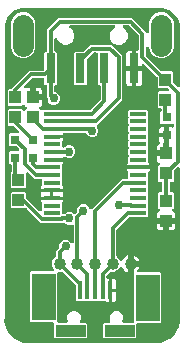
<source format=gbr>
G04 EAGLE Gerber RS-274X export*
G75*
%MOMM*%
%FSLAX34Y34*%
%LPD*%
%INTop Copper*%
%IPPOS*%
%AMOC8*
5,1,8,0,0,1.08239X$1,22.5*%
G01*
%ADD10R,1.000000X1.100000*%
%ADD11R,0.800000X0.800000*%
%ADD12R,0.400000X1.500000*%
%ADD13R,2.000000X4.000000*%
%ADD14R,2.500000X1.000000*%
%ADD15C,1.016000*%
%ADD16R,1.397000X0.348000*%
%ADD17R,0.800000X2.500000*%
%ADD18C,1.778000*%
%ADD19C,0.254000*%
%ADD20C,0.304800*%
%ADD21C,0.756400*%
%ADD22C,0.203200*%

G36*
X134681Y-1692D02*
X134681Y-1692D01*
X134720Y-1695D01*
X134880Y-1675D01*
X137518Y-1169D01*
X137584Y-1148D01*
X137652Y-1136D01*
X137803Y-1079D01*
X142953Y1250D01*
X143054Y1313D01*
X143159Y1368D01*
X143206Y1406D01*
X143224Y1417D01*
X143238Y1431D01*
X143284Y1469D01*
X147462Y5276D01*
X147539Y5366D01*
X147622Y5451D01*
X147656Y5502D01*
X147669Y5518D01*
X147678Y5536D01*
X147710Y5586D01*
X150508Y10498D01*
X150553Y10607D01*
X150605Y10714D01*
X150621Y10773D01*
X150629Y10792D01*
X150632Y10812D01*
X150648Y10869D01*
X151790Y16405D01*
X151795Y16474D01*
X151811Y16541D01*
X151816Y16702D01*
X151772Y18072D01*
X151759Y18150D01*
X151757Y18228D01*
X151734Y18306D01*
X151722Y18386D01*
X151697Y18442D01*
X151697Y19747D01*
X151695Y19761D01*
X151690Y19887D01*
X151561Y21043D01*
X151585Y21082D01*
X151594Y21110D01*
X151608Y21135D01*
X151640Y21262D01*
X151678Y21386D01*
X151680Y21415D01*
X151687Y21443D01*
X151697Y21604D01*
X151697Y145821D01*
X151680Y145959D01*
X151667Y146098D01*
X151660Y146117D01*
X151657Y146137D01*
X151606Y146266D01*
X151559Y146397D01*
X151548Y146414D01*
X151540Y146433D01*
X151459Y146545D01*
X151381Y146660D01*
X151365Y146674D01*
X151354Y146690D01*
X151246Y146779D01*
X151142Y146871D01*
X151124Y146880D01*
X151109Y146893D01*
X150983Y146952D01*
X150859Y147015D01*
X150839Y147020D01*
X150821Y147028D01*
X150685Y147054D01*
X150549Y147085D01*
X150528Y147084D01*
X150509Y147088D01*
X150370Y147080D01*
X150231Y147075D01*
X150211Y147070D01*
X150191Y147068D01*
X150059Y147026D01*
X149925Y146987D01*
X149908Y146977D01*
X149889Y146970D01*
X149771Y146896D01*
X149651Y146825D01*
X149630Y146807D01*
X149620Y146800D01*
X149606Y146785D01*
X149531Y146719D01*
X146896Y144085D01*
X146836Y144007D01*
X146768Y143935D01*
X146739Y143882D01*
X146702Y143834D01*
X146662Y143743D01*
X146614Y143656D01*
X146599Y143598D01*
X146575Y143542D01*
X146560Y143444D01*
X146535Y143348D01*
X146529Y143248D01*
X146525Y143228D01*
X146527Y143215D01*
X146525Y143187D01*
X146525Y135368D01*
X145632Y134475D01*
X144318Y134475D01*
X144200Y134460D01*
X144081Y134453D01*
X144043Y134440D01*
X144002Y134435D01*
X143892Y134392D01*
X143779Y134355D01*
X143744Y134333D01*
X143707Y134318D01*
X143611Y134249D01*
X143510Y134185D01*
X143482Y134155D01*
X143449Y134132D01*
X143373Y134040D01*
X143292Y133953D01*
X143272Y133918D01*
X143247Y133887D01*
X143196Y133779D01*
X143138Y133675D01*
X143128Y133635D01*
X143111Y133599D01*
X143089Y133482D01*
X143059Y133367D01*
X143055Y133307D01*
X143051Y133287D01*
X143053Y133266D01*
X143049Y133206D01*
X143049Y126794D01*
X143064Y126676D01*
X143071Y126557D01*
X143084Y126519D01*
X143089Y126478D01*
X143132Y126368D01*
X143169Y126255D01*
X143191Y126220D01*
X143206Y126183D01*
X143275Y126087D01*
X143339Y125986D01*
X143369Y125958D01*
X143392Y125925D01*
X143484Y125849D01*
X143571Y125768D01*
X143606Y125748D01*
X143637Y125723D01*
X143745Y125672D01*
X143849Y125614D01*
X143889Y125604D01*
X143925Y125587D01*
X144042Y125565D01*
X144157Y125535D01*
X144217Y125531D01*
X144237Y125527D01*
X144258Y125529D01*
X144318Y125525D01*
X145632Y125525D01*
X146525Y124632D01*
X146525Y112368D01*
X145593Y111436D01*
X145516Y111337D01*
X145434Y111242D01*
X145419Y111212D01*
X145398Y111185D01*
X145348Y111070D01*
X145292Y110957D01*
X145285Y110924D01*
X145271Y110893D01*
X145252Y110769D01*
X145226Y110646D01*
X145227Y110613D01*
X145222Y110579D01*
X145233Y110454D01*
X145239Y110328D01*
X145248Y110296D01*
X145251Y110263D01*
X145294Y110144D01*
X145330Y110024D01*
X145348Y109995D01*
X145359Y109963D01*
X145430Y109859D01*
X145495Y109752D01*
X145519Y109728D01*
X145538Y109700D01*
X145632Y109617D01*
X145722Y109529D01*
X145762Y109502D01*
X145776Y109490D01*
X145795Y109480D01*
X145856Y109440D01*
X146560Y109033D01*
X147033Y108560D01*
X147368Y107981D01*
X147541Y107334D01*
X147541Y103999D01*
X141230Y103999D01*
X141112Y103984D01*
X140993Y103977D01*
X140955Y103964D01*
X140915Y103959D01*
X140804Y103916D01*
X140691Y103879D01*
X140657Y103857D01*
X140619Y103842D01*
X140523Y103773D01*
X140422Y103709D01*
X140394Y103679D01*
X140362Y103656D01*
X140286Y103564D01*
X140204Y103477D01*
X140185Y103442D01*
X140159Y103411D01*
X140108Y103303D01*
X140051Y103199D01*
X140041Y103159D01*
X140023Y103123D01*
X140003Y103016D01*
X139999Y103046D01*
X139955Y103156D01*
X139919Y103269D01*
X139897Y103304D01*
X139882Y103341D01*
X139812Y103437D01*
X139749Y103538D01*
X139719Y103566D01*
X139695Y103599D01*
X139604Y103675D01*
X139517Y103756D01*
X139482Y103776D01*
X139450Y103801D01*
X139343Y103852D01*
X139238Y103910D01*
X139199Y103920D01*
X139163Y103937D01*
X139046Y103959D01*
X138930Y103989D01*
X138870Y103993D01*
X138850Y103997D01*
X138830Y103995D01*
X138770Y103999D01*
X132459Y103999D01*
X132459Y107334D01*
X132632Y107981D01*
X132967Y108560D01*
X133440Y109033D01*
X134144Y109440D01*
X134244Y109516D01*
X134348Y109586D01*
X134371Y109612D01*
X134398Y109632D01*
X134476Y109731D01*
X134559Y109825D01*
X134574Y109855D01*
X134595Y109881D01*
X134646Y109996D01*
X134704Y110108D01*
X134711Y110141D01*
X134725Y110172D01*
X134746Y110296D01*
X134773Y110418D01*
X134772Y110452D01*
X134778Y110485D01*
X134767Y110611D01*
X134764Y110736D01*
X134754Y110769D01*
X134751Y110802D01*
X134710Y110921D01*
X134675Y111042D01*
X134658Y111071D01*
X134647Y111103D01*
X134578Y111207D01*
X134514Y111316D01*
X134481Y111352D01*
X134471Y111368D01*
X134455Y111382D01*
X134407Y111436D01*
X133475Y112368D01*
X133475Y124632D01*
X134368Y125525D01*
X135682Y125525D01*
X135800Y125540D01*
X135919Y125547D01*
X135957Y125560D01*
X135998Y125565D01*
X136108Y125608D01*
X136221Y125645D01*
X136256Y125667D01*
X136293Y125682D01*
X136389Y125751D01*
X136490Y125815D01*
X136518Y125845D01*
X136551Y125868D01*
X136627Y125960D01*
X136708Y126047D01*
X136728Y126082D01*
X136753Y126113D01*
X136804Y126221D01*
X136862Y126325D01*
X136872Y126365D01*
X136889Y126401D01*
X136911Y126518D01*
X136941Y126633D01*
X136945Y126693D01*
X136949Y126713D01*
X136947Y126734D01*
X136951Y126794D01*
X136951Y133206D01*
X136936Y133324D01*
X136929Y133443D01*
X136916Y133481D01*
X136911Y133522D01*
X136868Y133632D01*
X136831Y133745D01*
X136809Y133780D01*
X136794Y133817D01*
X136725Y133913D01*
X136661Y134014D01*
X136631Y134042D01*
X136608Y134075D01*
X136516Y134151D01*
X136429Y134232D01*
X136394Y134252D01*
X136363Y134277D01*
X136255Y134328D01*
X136151Y134386D01*
X136111Y134396D01*
X136075Y134413D01*
X135958Y134435D01*
X135843Y134465D01*
X135783Y134469D01*
X135763Y134473D01*
X135742Y134471D01*
X135682Y134475D01*
X134368Y134475D01*
X133475Y135368D01*
X133475Y147632D01*
X134407Y148564D01*
X134484Y148663D01*
X134566Y148758D01*
X134581Y148788D01*
X134602Y148815D01*
X134652Y148930D01*
X134708Y149043D01*
X134715Y149076D01*
X134729Y149107D01*
X134748Y149231D01*
X134774Y149354D01*
X134773Y149387D01*
X134778Y149421D01*
X134767Y149546D01*
X134761Y149672D01*
X134752Y149704D01*
X134749Y149737D01*
X134706Y149856D01*
X134670Y149976D01*
X134652Y150005D01*
X134641Y150037D01*
X134570Y150141D01*
X134505Y150248D01*
X134481Y150272D01*
X134462Y150300D01*
X134368Y150383D01*
X134278Y150471D01*
X134238Y150498D01*
X134224Y150510D01*
X134205Y150520D01*
X134144Y150560D01*
X133440Y150967D01*
X132967Y151440D01*
X132632Y152019D01*
X132459Y152666D01*
X132459Y156001D01*
X138770Y156001D01*
X138888Y156016D01*
X139007Y156023D01*
X139045Y156035D01*
X139085Y156041D01*
X139196Y156084D01*
X139309Y156121D01*
X139343Y156143D01*
X139381Y156158D01*
X139477Y156227D01*
X139578Y156291D01*
X139606Y156321D01*
X139638Y156344D01*
X139714Y156436D01*
X139796Y156523D01*
X139815Y156558D01*
X139841Y156589D01*
X139892Y156697D01*
X139949Y156801D01*
X139959Y156841D01*
X139977Y156877D01*
X139999Y156994D01*
X140029Y157109D01*
X140033Y157169D01*
X140036Y157189D01*
X140035Y157210D01*
X140039Y157270D01*
X140039Y158461D01*
X141230Y158461D01*
X141348Y158476D01*
X141467Y158483D01*
X141505Y158496D01*
X141546Y158501D01*
X141656Y158545D01*
X141769Y158581D01*
X141804Y158603D01*
X141841Y158618D01*
X141937Y158688D01*
X142038Y158751D01*
X142066Y158781D01*
X142099Y158805D01*
X142175Y158896D01*
X142256Y158983D01*
X142276Y159018D01*
X142301Y159050D01*
X142352Y159157D01*
X142410Y159262D01*
X142420Y159301D01*
X142437Y159337D01*
X142459Y159454D01*
X142489Y159570D01*
X142493Y159630D01*
X142497Y159650D01*
X142495Y159670D01*
X142499Y159730D01*
X142499Y173270D01*
X142484Y173388D01*
X142477Y173507D01*
X142464Y173545D01*
X142459Y173585D01*
X142416Y173696D01*
X142379Y173809D01*
X142357Y173843D01*
X142342Y173881D01*
X142273Y173977D01*
X142262Y173994D01*
X142276Y174018D01*
X142301Y174050D01*
X142352Y174157D01*
X142410Y174262D01*
X142420Y174301D01*
X142437Y174337D01*
X142459Y174454D01*
X142489Y174570D01*
X142493Y174630D01*
X142497Y174650D01*
X142495Y174670D01*
X142499Y174730D01*
X142499Y180541D01*
X144834Y180541D01*
X145353Y180402D01*
X145478Y180385D01*
X145602Y180361D01*
X145635Y180363D01*
X145669Y180358D01*
X145794Y180373D01*
X145919Y180381D01*
X145951Y180391D01*
X145984Y180395D01*
X146102Y180440D01*
X146221Y180479D01*
X146250Y180497D01*
X146281Y180509D01*
X146384Y180582D01*
X146490Y180649D01*
X146513Y180673D01*
X146541Y180693D01*
X146622Y180789D01*
X146708Y180881D01*
X146724Y180910D01*
X146746Y180936D01*
X146801Y181049D01*
X146862Y181159D01*
X146870Y181192D01*
X146885Y181222D01*
X146910Y181345D01*
X146941Y181467D01*
X146944Y181516D01*
X146948Y181534D01*
X146947Y181555D01*
X146951Y181628D01*
X146951Y182231D01*
X146934Y182369D01*
X146921Y182508D01*
X146914Y182527D01*
X146911Y182546D01*
X146860Y182676D01*
X146813Y182807D01*
X146802Y182824D01*
X146794Y182842D01*
X146713Y182955D01*
X146634Y183070D01*
X146619Y183083D01*
X146608Y183099D01*
X146500Y183188D01*
X146396Y183280D01*
X146378Y183289D01*
X146363Y183302D01*
X146236Y183362D01*
X146112Y183425D01*
X146093Y183429D01*
X146075Y183438D01*
X145939Y183464D01*
X145802Y183494D01*
X145782Y183494D01*
X145763Y183497D01*
X145624Y183489D01*
X145484Y183484D01*
X145465Y183479D01*
X145445Y183478D01*
X145438Y183475D01*
X135868Y183475D01*
X134975Y184368D01*
X134975Y193632D01*
X136080Y194736D01*
X136140Y194814D01*
X136208Y194886D01*
X136237Y194939D01*
X136274Y194987D01*
X136314Y195078D01*
X136362Y195165D01*
X136377Y195223D01*
X136401Y195279D01*
X136416Y195377D01*
X136441Y195473D01*
X136447Y195573D01*
X136451Y195593D01*
X136449Y195605D01*
X136451Y195633D01*
X136451Y195706D01*
X136436Y195824D01*
X136429Y195943D01*
X136416Y195981D01*
X136411Y196022D01*
X136368Y196132D01*
X136331Y196245D01*
X136309Y196280D01*
X136294Y196317D01*
X136225Y196413D01*
X136161Y196514D01*
X136131Y196542D01*
X136108Y196575D01*
X136016Y196651D01*
X135929Y196732D01*
X135894Y196752D01*
X135863Y196777D01*
X135755Y196828D01*
X135651Y196886D01*
X135611Y196896D01*
X135575Y196913D01*
X135458Y196935D01*
X135343Y196965D01*
X135283Y196969D01*
X135263Y196973D01*
X135242Y196971D01*
X135182Y196975D01*
X133868Y196975D01*
X132975Y197868D01*
X132975Y210132D01*
X133868Y211025D01*
X141599Y211025D01*
X141737Y211042D01*
X141876Y211055D01*
X141895Y211062D01*
X141915Y211065D01*
X142044Y211116D01*
X142175Y211163D01*
X142192Y211174D01*
X142211Y211182D01*
X142323Y211263D01*
X142438Y211341D01*
X142452Y211357D01*
X142468Y211368D01*
X142557Y211475D01*
X142649Y211580D01*
X142658Y211598D01*
X142671Y211613D01*
X142730Y211739D01*
X142793Y211863D01*
X142798Y211883D01*
X142806Y211901D01*
X142832Y212037D01*
X142863Y212173D01*
X142862Y212194D01*
X142866Y212213D01*
X142858Y212352D01*
X142853Y212491D01*
X142848Y212511D01*
X142846Y212531D01*
X142804Y212663D01*
X142765Y212797D01*
X142755Y212814D01*
X142748Y212833D01*
X142674Y212951D01*
X142603Y213071D01*
X142585Y213092D01*
X142578Y213102D01*
X142563Y213116D01*
X142497Y213192D01*
X142085Y213604D01*
X142007Y213664D01*
X141935Y213732D01*
X141881Y213761D01*
X141834Y213798D01*
X141743Y213838D01*
X141656Y213886D01*
X141597Y213901D01*
X141542Y213925D01*
X141444Y213940D01*
X141348Y213965D01*
X141248Y213971D01*
X141228Y213975D01*
X141215Y213973D01*
X141187Y213975D01*
X133868Y213975D01*
X132975Y214868D01*
X132975Y222187D01*
X132963Y222286D01*
X132960Y222385D01*
X132943Y222443D01*
X132935Y222503D01*
X132899Y222595D01*
X132871Y222690D01*
X132841Y222742D01*
X132818Y222799D01*
X132760Y222879D01*
X132710Y222964D01*
X132644Y223039D01*
X132632Y223056D01*
X132622Y223064D01*
X132604Y223085D01*
X121715Y233973D01*
X121606Y234058D01*
X121499Y234147D01*
X121480Y234155D01*
X121464Y234168D01*
X121336Y234223D01*
X121211Y234282D01*
X121191Y234286D01*
X121172Y234294D01*
X121034Y234316D01*
X120898Y234342D01*
X120878Y234341D01*
X120858Y234344D01*
X120719Y234331D01*
X120581Y234322D01*
X120562Y234316D01*
X120542Y234314D01*
X120410Y234267D01*
X120279Y234224D01*
X120261Y234214D01*
X120242Y234207D01*
X120127Y234129D01*
X120010Y234054D01*
X119996Y234039D01*
X119979Y234028D01*
X119887Y233924D01*
X119792Y233823D01*
X119782Y233805D01*
X119769Y233790D01*
X119705Y233666D01*
X119638Y233544D01*
X119633Y233525D01*
X119624Y233506D01*
X119594Y233371D01*
X119559Y233236D01*
X119557Y233208D01*
X119554Y233196D01*
X119555Y233176D01*
X119549Y233075D01*
X119549Y232499D01*
X115007Y232499D01*
X115007Y245541D01*
X115738Y245541D01*
X115856Y245556D01*
X115975Y245563D01*
X116013Y245575D01*
X116054Y245581D01*
X116164Y245624D01*
X116277Y245661D01*
X116312Y245683D01*
X116349Y245698D01*
X116445Y245767D01*
X116546Y245831D01*
X116574Y245861D01*
X116607Y245884D01*
X116683Y245976D01*
X116764Y246063D01*
X116784Y246098D01*
X116809Y246129D01*
X116860Y246237D01*
X116918Y246341D01*
X116928Y246381D01*
X116945Y246417D01*
X116967Y246534D01*
X116997Y246649D01*
X117001Y246709D01*
X117005Y246729D01*
X117003Y246750D01*
X117007Y246810D01*
X117007Y258155D01*
X116995Y258254D01*
X116992Y258353D01*
X116975Y258411D01*
X116967Y258471D01*
X116931Y258563D01*
X116903Y258658D01*
X116873Y258710D01*
X116850Y258767D01*
X116792Y258847D01*
X116742Y258932D01*
X116676Y259007D01*
X116664Y259024D01*
X116654Y259032D01*
X116636Y259053D01*
X109109Y266580D01*
X109031Y266640D01*
X108959Y266708D01*
X108906Y266737D01*
X108858Y266774D01*
X108767Y266814D01*
X108680Y266862D01*
X108621Y266877D01*
X108566Y266901D01*
X108468Y266916D01*
X108372Y266941D01*
X108272Y266947D01*
X108252Y266951D01*
X108239Y266949D01*
X108211Y266951D01*
X104455Y266951D01*
X104385Y266943D01*
X104316Y266944D01*
X104228Y266923D01*
X104139Y266911D01*
X104074Y266886D01*
X104006Y266869D01*
X103927Y266827D01*
X103843Y266794D01*
X103787Y266753D01*
X103725Y266721D01*
X103659Y266660D01*
X103586Y266608D01*
X103542Y266554D01*
X103490Y266507D01*
X103441Y266432D01*
X103383Y266363D01*
X103353Y266299D01*
X103315Y266241D01*
X103286Y266156D01*
X103248Y266075D01*
X103235Y266006D01*
X103212Y265940D01*
X103205Y265851D01*
X103188Y265763D01*
X103192Y265693D01*
X103187Y265623D01*
X103202Y265535D01*
X103208Y265445D01*
X103229Y265379D01*
X103241Y265310D01*
X103278Y265228D01*
X103306Y265143D01*
X103343Y265084D01*
X103372Y265020D01*
X103428Y264950D01*
X103476Y264874D01*
X103527Y264826D01*
X103570Y264772D01*
X103642Y264718D01*
X103707Y264656D01*
X103769Y264622D01*
X103824Y264580D01*
X103969Y264509D01*
X104267Y264386D01*
X106386Y262267D01*
X107533Y259498D01*
X107533Y256502D01*
X106386Y253733D01*
X104267Y251614D01*
X101498Y250467D01*
X98502Y250467D01*
X96446Y251319D01*
X96379Y251337D01*
X96315Y251365D01*
X96226Y251379D01*
X96139Y251403D01*
X96070Y251404D01*
X96001Y251415D01*
X95911Y251406D01*
X95822Y251408D01*
X95754Y251391D01*
X95684Y251385D01*
X95600Y251354D01*
X95512Y251333D01*
X95495Y251325D01*
X95492Y251376D01*
X95488Y251515D01*
X95482Y251535D01*
X95481Y251555D01*
X95438Y251687D01*
X95400Y251821D01*
X95389Y251838D01*
X95383Y251857D01*
X95309Y251975D01*
X95238Y252095D01*
X95220Y252116D01*
X95213Y252126D01*
X95198Y252140D01*
X95132Y252215D01*
X93614Y253733D01*
X92467Y256502D01*
X92467Y259498D01*
X93614Y262267D01*
X95733Y264386D01*
X96282Y264613D01*
X96343Y264648D01*
X96408Y264674D01*
X96480Y264726D01*
X96558Y264771D01*
X96608Y264819D01*
X96665Y264860D01*
X96722Y264930D01*
X96787Y264992D01*
X96823Y265052D01*
X96868Y265105D01*
X96906Y265187D01*
X96953Y265263D01*
X96974Y265330D01*
X97003Y265393D01*
X97020Y265481D01*
X97047Y265567D01*
X97050Y265637D01*
X97063Y265706D01*
X97058Y265795D01*
X97062Y265885D01*
X97048Y265953D01*
X97043Y266023D01*
X97016Y266108D01*
X96998Y266196D01*
X96967Y266259D01*
X96945Y266325D01*
X96897Y266401D01*
X96858Y266482D01*
X96813Y266535D01*
X96775Y266594D01*
X96710Y266656D01*
X96652Y266724D01*
X96595Y266764D01*
X96544Y266812D01*
X96465Y266856D01*
X96391Y266907D01*
X96326Y266932D01*
X96265Y266966D01*
X96178Y266988D01*
X96094Y267020D01*
X96025Y267028D01*
X95957Y267045D01*
X95796Y267055D01*
X59203Y267055D01*
X59134Y267047D01*
X59064Y267048D01*
X58977Y267027D01*
X58888Y267015D01*
X58823Y266990D01*
X58755Y266973D01*
X58676Y266931D01*
X58592Y266898D01*
X58536Y266857D01*
X58474Y266825D01*
X58408Y266764D01*
X58335Y266712D01*
X58290Y266658D01*
X58239Y266611D01*
X58189Y266536D01*
X58132Y266467D01*
X58102Y266403D01*
X58064Y266345D01*
X58035Y266260D01*
X57997Y266179D01*
X57983Y266110D01*
X57961Y266044D01*
X57954Y265955D01*
X57937Y265867D01*
X57941Y265797D01*
X57936Y265727D01*
X57951Y265639D01*
X57957Y265549D01*
X57978Y265483D01*
X57990Y265414D01*
X58027Y265332D01*
X58055Y265247D01*
X58092Y265188D01*
X58121Y265124D01*
X58177Y265054D01*
X58225Y264978D01*
X58276Y264930D01*
X58319Y264876D01*
X58391Y264822D01*
X58456Y264760D01*
X58518Y264726D01*
X58573Y264684D01*
X58718Y264613D01*
X59267Y264386D01*
X61386Y262267D01*
X62533Y259498D01*
X62533Y256502D01*
X61386Y253733D01*
X59267Y251614D01*
X56498Y250467D01*
X53502Y250467D01*
X50733Y251614D01*
X48614Y253733D01*
X47991Y255238D01*
X47956Y255299D01*
X47930Y255364D01*
X47878Y255436D01*
X47833Y255515D01*
X47785Y255565D01*
X47744Y255621D01*
X47674Y255678D01*
X47612Y255743D01*
X47552Y255779D01*
X47499Y255824D01*
X47417Y255862D01*
X47341Y255909D01*
X47274Y255930D01*
X47211Y255959D01*
X47123Y255976D01*
X47037Y256003D01*
X46967Y256006D01*
X46898Y256019D01*
X46809Y256014D01*
X46719Y256018D01*
X46651Y256004D01*
X46581Y255999D01*
X46496Y255972D01*
X46408Y255954D01*
X46345Y255923D01*
X46279Y255901D01*
X46203Y255853D01*
X46122Y255814D01*
X46069Y255769D01*
X46010Y255731D01*
X45948Y255666D01*
X45880Y255608D01*
X45840Y255551D01*
X45792Y255500D01*
X45749Y255421D01*
X45697Y255348D01*
X45672Y255282D01*
X45638Y255221D01*
X45616Y255134D01*
X45584Y255050D01*
X45576Y254981D01*
X45559Y254913D01*
X45549Y254753D01*
X45549Y245794D01*
X45564Y245676D01*
X45571Y245557D01*
X45584Y245519D01*
X45589Y245478D01*
X45632Y245368D01*
X45669Y245255D01*
X45691Y245220D01*
X45706Y245183D01*
X45775Y245087D01*
X45839Y244986D01*
X45869Y244958D01*
X45892Y244925D01*
X45984Y244849D01*
X46071Y244768D01*
X46106Y244748D01*
X46137Y244723D01*
X46245Y244672D01*
X46349Y244614D01*
X46389Y244604D01*
X46425Y244587D01*
X46542Y244565D01*
X46657Y244535D01*
X46717Y244531D01*
X46737Y244527D01*
X46758Y244529D01*
X46818Y244525D01*
X47132Y244525D01*
X48025Y243632D01*
X48025Y217368D01*
X47132Y216475D01*
X46818Y216475D01*
X46700Y216460D01*
X46581Y216453D01*
X46543Y216440D01*
X46502Y216435D01*
X46392Y216392D01*
X46279Y216355D01*
X46244Y216333D01*
X46207Y216318D01*
X46111Y216249D01*
X46010Y216185D01*
X45982Y216155D01*
X45949Y216132D01*
X45873Y216040D01*
X45792Y215953D01*
X45772Y215918D01*
X45747Y215887D01*
X45696Y215779D01*
X45638Y215675D01*
X45628Y215635D01*
X45611Y215599D01*
X45589Y215482D01*
X45559Y215367D01*
X45555Y215307D01*
X45551Y215287D01*
X45553Y215266D01*
X45549Y215206D01*
X45549Y211365D01*
X45552Y211336D01*
X45550Y211306D01*
X45572Y211178D01*
X45589Y211049D01*
X45599Y211022D01*
X45604Y210993D01*
X45658Y210874D01*
X45706Y210754D01*
X45723Y210730D01*
X45735Y210703D01*
X45816Y210601D01*
X45892Y210496D01*
X45915Y210477D01*
X45934Y210454D01*
X46037Y210376D01*
X46137Y210293D01*
X46164Y210281D01*
X46188Y210263D01*
X46332Y210192D01*
X48006Y209499D01*
X49499Y208006D01*
X50307Y206056D01*
X50307Y203944D01*
X49499Y201994D01*
X48006Y200501D01*
X46056Y199693D01*
X43944Y199693D01*
X41994Y200501D01*
X40501Y201994D01*
X39693Y203944D01*
X39693Y205469D01*
X39681Y205568D01*
X39678Y205667D01*
X39661Y205725D01*
X39653Y205785D01*
X39617Y205877D01*
X39589Y205972D01*
X39559Y206024D01*
X39536Y206081D01*
X39478Y206161D01*
X39451Y206206D01*
X39451Y215206D01*
X39436Y215324D01*
X39429Y215443D01*
X39416Y215481D01*
X39411Y215522D01*
X39368Y215632D01*
X39331Y215745D01*
X39309Y215780D01*
X39294Y215817D01*
X39225Y215913D01*
X39161Y216014D01*
X39131Y216042D01*
X39108Y216075D01*
X39016Y216151D01*
X38929Y216232D01*
X38894Y216252D01*
X38863Y216277D01*
X38755Y216328D01*
X38651Y216386D01*
X38611Y216396D01*
X38575Y216413D01*
X38458Y216435D01*
X38343Y216465D01*
X38283Y216469D01*
X38263Y216473D01*
X38242Y216471D01*
X38182Y216475D01*
X37868Y216475D01*
X36975Y217368D01*
X36975Y221182D01*
X36960Y221300D01*
X36953Y221419D01*
X36940Y221457D01*
X36935Y221498D01*
X36892Y221608D01*
X36855Y221721D01*
X36833Y221756D01*
X36818Y221793D01*
X36749Y221889D01*
X36685Y221990D01*
X36655Y222018D01*
X36632Y222051D01*
X36540Y222127D01*
X36453Y222208D01*
X36418Y222228D01*
X36387Y222253D01*
X36279Y222304D01*
X36175Y222362D01*
X36135Y222372D01*
X36099Y222389D01*
X35982Y222411D01*
X35867Y222441D01*
X35807Y222445D01*
X35787Y222449D01*
X35766Y222447D01*
X35706Y222451D01*
X27289Y222451D01*
X27190Y222439D01*
X27091Y222436D01*
X27033Y222419D01*
X26973Y222411D01*
X26881Y222375D01*
X26786Y222347D01*
X26734Y222317D01*
X26677Y222294D01*
X26597Y222236D01*
X26512Y222186D01*
X26437Y222120D01*
X26420Y222108D01*
X26412Y222098D01*
X26391Y222080D01*
X20306Y215994D01*
X20216Y215879D01*
X20125Y215766D01*
X20119Y215754D01*
X20111Y215743D01*
X20053Y215609D01*
X19992Y215477D01*
X19990Y215464D01*
X19985Y215451D01*
X19962Y215306D01*
X19936Y215164D01*
X19937Y215151D01*
X19935Y215137D01*
X19949Y214991D01*
X19959Y214847D01*
X19963Y214834D01*
X19965Y214821D01*
X20014Y214683D01*
X20060Y214545D01*
X20068Y214534D01*
X20072Y214521D01*
X20154Y214401D01*
X20233Y214278D01*
X20243Y214269D01*
X20251Y214258D01*
X20360Y214161D01*
X20467Y214063D01*
X20479Y214057D01*
X20489Y214048D01*
X20619Y213981D01*
X20747Y213912D01*
X20761Y213909D01*
X20773Y213903D01*
X20914Y213871D01*
X21056Y213836D01*
X21070Y213836D01*
X21083Y213833D01*
X21228Y213838D01*
X21374Y213839D01*
X21392Y213843D01*
X21401Y213843D01*
X21417Y213848D01*
X21532Y213871D01*
X22166Y214041D01*
X25001Y214041D01*
X25001Y207230D01*
X25016Y207112D01*
X25023Y206993D01*
X25035Y206955D01*
X25041Y206915D01*
X25084Y206804D01*
X25121Y206691D01*
X25143Y206657D01*
X25158Y206619D01*
X25227Y206523D01*
X25291Y206422D01*
X25321Y206394D01*
X25344Y206362D01*
X25436Y206286D01*
X25523Y206204D01*
X25558Y206185D01*
X25589Y206159D01*
X25697Y206108D01*
X25801Y206051D01*
X25841Y206041D01*
X25877Y206023D01*
X25994Y206001D01*
X26109Y205971D01*
X26169Y205967D01*
X26189Y205964D01*
X26210Y205965D01*
X26270Y205961D01*
X27461Y205961D01*
X27461Y204770D01*
X27476Y204652D01*
X27483Y204533D01*
X27496Y204495D01*
X27501Y204454D01*
X27545Y204344D01*
X27581Y204231D01*
X27603Y204196D01*
X27618Y204159D01*
X27688Y204062D01*
X27751Y203962D01*
X27781Y203934D01*
X27805Y203901D01*
X27896Y203825D01*
X27983Y203744D01*
X28018Y203724D01*
X28050Y203699D01*
X28157Y203648D01*
X28262Y203590D01*
X28301Y203580D01*
X28337Y203563D01*
X28454Y203541D01*
X28570Y203511D01*
X28630Y203507D01*
X28650Y203503D01*
X28670Y203505D01*
X28730Y203501D01*
X35041Y203501D01*
X35041Y200166D01*
X34868Y199519D01*
X34533Y198940D01*
X34060Y198467D01*
X33356Y198060D01*
X33256Y197984D01*
X33152Y197914D01*
X33129Y197888D01*
X33102Y197868D01*
X33024Y197769D01*
X32941Y197675D01*
X32926Y197645D01*
X32905Y197619D01*
X32854Y197504D01*
X32796Y197392D01*
X32789Y197359D01*
X32775Y197328D01*
X32754Y197204D01*
X32727Y197082D01*
X32728Y197048D01*
X32722Y197015D01*
X32733Y196889D01*
X32736Y196764D01*
X32746Y196731D01*
X32749Y196698D01*
X32790Y196579D01*
X32825Y196458D01*
X32842Y196429D01*
X32853Y196397D01*
X32922Y196293D01*
X32986Y196184D01*
X33019Y196148D01*
X33029Y196132D01*
X33045Y196118D01*
X33093Y196064D01*
X33835Y195321D01*
X33929Y195248D01*
X34018Y195170D01*
X34054Y195151D01*
X34086Y195126D01*
X34196Y195079D01*
X34302Y195025D01*
X34341Y195016D01*
X34378Y195000D01*
X34496Y194981D01*
X34612Y194955D01*
X34652Y194957D01*
X34692Y194950D01*
X34811Y194961D01*
X34930Y194965D01*
X34968Y194976D01*
X35009Y194980D01*
X35121Y195020D01*
X35235Y195053D01*
X35270Y195074D01*
X35308Y195088D01*
X35407Y195154D01*
X35509Y195215D01*
X35554Y195255D01*
X35571Y195266D01*
X35585Y195281D01*
X35630Y195321D01*
X35823Y195515D01*
X51101Y195515D01*
X51104Y195513D01*
X51152Y195476D01*
X51243Y195436D01*
X51330Y195388D01*
X51388Y195373D01*
X51444Y195349D01*
X51542Y195334D01*
X51638Y195309D01*
X51738Y195303D01*
X51758Y195299D01*
X51770Y195301D01*
X51798Y195299D01*
X75461Y195299D01*
X75560Y195311D01*
X75659Y195314D01*
X75717Y195331D01*
X75777Y195339D01*
X75869Y195375D01*
X75964Y195403D01*
X76016Y195433D01*
X76073Y195456D01*
X76153Y195514D01*
X76238Y195564D01*
X76313Y195630D01*
X76330Y195642D01*
X76338Y195652D01*
X76359Y195670D01*
X84350Y203661D01*
X84410Y203739D01*
X84478Y203811D01*
X84507Y203864D01*
X84544Y203912D01*
X84584Y204003D01*
X84632Y204090D01*
X84647Y204149D01*
X84671Y204204D01*
X84686Y204302D01*
X84711Y204398D01*
X84717Y204498D01*
X84721Y204518D01*
X84719Y204531D01*
X84721Y204559D01*
X84721Y215206D01*
X84706Y215324D01*
X84699Y215443D01*
X84686Y215481D01*
X84681Y215522D01*
X84638Y215632D01*
X84601Y215745D01*
X84579Y215780D01*
X84564Y215817D01*
X84495Y215913D01*
X84431Y216014D01*
X84401Y216042D01*
X84378Y216075D01*
X84286Y216151D01*
X84199Y216232D01*
X84164Y216252D01*
X84133Y216277D01*
X84025Y216328D01*
X83921Y216386D01*
X83881Y216396D01*
X83845Y216413D01*
X83728Y216435D01*
X83613Y216465D01*
X83553Y216469D01*
X83533Y216473D01*
X83512Y216471D01*
X83452Y216475D01*
X83138Y216475D01*
X82245Y217368D01*
X82245Y242682D01*
X82230Y242800D01*
X82223Y242919D01*
X82210Y242957D01*
X82205Y242998D01*
X82162Y243108D01*
X82125Y243221D01*
X82103Y243256D01*
X82088Y243293D01*
X82019Y243389D01*
X81955Y243490D01*
X81925Y243518D01*
X81902Y243551D01*
X81810Y243627D01*
X81723Y243708D01*
X81688Y243728D01*
X81657Y243753D01*
X81549Y243804D01*
X81445Y243862D01*
X81405Y243872D01*
X81369Y243889D01*
X81252Y243911D01*
X81137Y243941D01*
X81077Y243945D01*
X81057Y243949D01*
X81036Y243947D01*
X80976Y243951D01*
X78789Y243951D01*
X78690Y243939D01*
X78591Y243936D01*
X78533Y243919D01*
X78473Y243911D01*
X78381Y243875D01*
X78286Y243847D01*
X78234Y243817D01*
X78177Y243794D01*
X78097Y243736D01*
X78012Y243686D01*
X77937Y243620D01*
X77920Y243608D01*
X77912Y243598D01*
X77891Y243580D01*
X73126Y238815D01*
X73066Y238737D01*
X72998Y238665D01*
X72969Y238612D01*
X72932Y238564D01*
X72892Y238473D01*
X72844Y238386D01*
X72829Y238328D01*
X72805Y238272D01*
X72790Y238174D01*
X72765Y238078D01*
X72759Y237978D01*
X72755Y237958D01*
X72757Y237945D01*
X72755Y237917D01*
X72755Y217368D01*
X71862Y216475D01*
X62598Y216475D01*
X61705Y217368D01*
X61705Y243632D01*
X62598Y244525D01*
X69687Y244525D01*
X69786Y244537D01*
X69885Y244540D01*
X69943Y244557D01*
X70003Y244565D01*
X70095Y244601D01*
X70190Y244629D01*
X70242Y244659D01*
X70299Y244682D01*
X70379Y244740D01*
X70464Y244790D01*
X70539Y244856D01*
X70556Y244868D01*
X70563Y244877D01*
X70569Y244881D01*
X70572Y244885D01*
X70585Y244896D01*
X75737Y250049D01*
X94234Y250049D01*
X94372Y250066D01*
X94511Y250079D01*
X94530Y250086D01*
X94550Y250089D01*
X94679Y250140D01*
X94697Y250146D01*
X94693Y250087D01*
X94705Y250019D01*
X94707Y249949D01*
X94732Y249862D01*
X94747Y249774D01*
X94776Y249710D01*
X94795Y249643D01*
X94841Y249566D01*
X94878Y249484D01*
X94921Y249429D01*
X94957Y249369D01*
X95063Y249249D01*
X96420Y247891D01*
X100891Y243420D01*
X103049Y241263D01*
X103049Y203737D01*
X81806Y182494D01*
X81733Y182400D01*
X81654Y182311D01*
X81636Y182275D01*
X81611Y182243D01*
X81563Y182134D01*
X81509Y182028D01*
X81500Y181988D01*
X81484Y181951D01*
X81466Y181833D01*
X81440Y181717D01*
X81441Y181677D01*
X81435Y181637D01*
X81446Y181518D01*
X81449Y181399D01*
X81461Y181361D01*
X81464Y181320D01*
X81505Y181208D01*
X81538Y181094D01*
X81558Y181059D01*
X81572Y181021D01*
X81639Y180922D01*
X81699Y180820D01*
X81739Y180775D01*
X81751Y180758D01*
X81766Y180744D01*
X81806Y180699D01*
X81999Y180506D01*
X82807Y178556D01*
X82807Y176444D01*
X81999Y174494D01*
X80506Y173001D01*
X78556Y172193D01*
X76444Y172193D01*
X74494Y173001D01*
X73001Y174494D01*
X72619Y175418D01*
X72604Y175443D01*
X72595Y175471D01*
X72526Y175581D01*
X72461Y175694D01*
X72440Y175715D01*
X72425Y175740D01*
X72330Y175829D01*
X72240Y175922D01*
X72215Y175938D01*
X72193Y175958D01*
X72079Y176021D01*
X71969Y176089D01*
X71940Y176097D01*
X71915Y176112D01*
X71789Y176144D01*
X71665Y176182D01*
X71635Y176184D01*
X71607Y176191D01*
X71446Y176201D01*
X54235Y176201D01*
X54117Y176186D01*
X53998Y176179D01*
X53960Y176166D01*
X53919Y176161D01*
X53809Y176118D01*
X53696Y176081D01*
X53661Y176059D01*
X53624Y176044D01*
X53528Y175975D01*
X53427Y175911D01*
X53399Y175881D01*
X53366Y175858D01*
X53290Y175766D01*
X53209Y175679D01*
X53189Y175644D01*
X53164Y175613D01*
X53113Y175505D01*
X53055Y175401D01*
X53045Y175361D01*
X53028Y175325D01*
X53006Y175208D01*
X52976Y175093D01*
X52972Y175033D01*
X52968Y175013D01*
X52970Y174992D01*
X52966Y174932D01*
X52966Y174019D01*
X43440Y174019D01*
X43322Y174004D01*
X43203Y173997D01*
X43165Y173985D01*
X43125Y173980D01*
X43014Y173936D01*
X42901Y173899D01*
X42867Y173877D01*
X42829Y173863D01*
X42733Y173793D01*
X42632Y173729D01*
X42604Y173699D01*
X42572Y173676D01*
X42496Y173584D01*
X42414Y173497D01*
X42395Y173462D01*
X42369Y173431D01*
X42318Y173323D01*
X42261Y173219D01*
X42251Y173180D01*
X42233Y173143D01*
X42211Y173026D01*
X42181Y172911D01*
X42177Y172851D01*
X42174Y172831D01*
X42174Y172830D01*
X42175Y172810D01*
X42171Y172750D01*
X42186Y172632D01*
X42193Y172513D01*
X42206Y172474D01*
X42211Y172434D01*
X42255Y172324D01*
X42291Y172210D01*
X42313Y172176D01*
X42328Y172139D01*
X42398Y172042D01*
X42462Y171942D01*
X42491Y171914D01*
X42515Y171881D01*
X42607Y171805D01*
X42693Y171724D01*
X42729Y171704D01*
X42760Y171678D01*
X42867Y171628D01*
X42972Y171570D01*
X43011Y171560D01*
X43047Y171543D01*
X43164Y171521D01*
X43280Y171491D01*
X43340Y171487D01*
X43360Y171483D01*
X43380Y171484D01*
X43440Y171481D01*
X52966Y171481D01*
X52966Y170676D01*
X52793Y170029D01*
X52458Y169450D01*
X52321Y169313D01*
X52261Y169235D01*
X52193Y169163D01*
X52164Y169110D01*
X52127Y169062D01*
X52087Y168971D01*
X52039Y168884D01*
X52024Y168826D01*
X52000Y168770D01*
X51985Y168672D01*
X51960Y168577D01*
X51954Y168477D01*
X51950Y168456D01*
X51952Y168444D01*
X51950Y168416D01*
X51950Y164599D01*
X51967Y164461D01*
X51980Y164322D01*
X51987Y164303D01*
X51990Y164283D01*
X52041Y164154D01*
X52088Y164023D01*
X52099Y164006D01*
X52107Y163988D01*
X52188Y163875D01*
X52266Y163760D01*
X52282Y163747D01*
X52293Y163730D01*
X52401Y163641D01*
X52505Y163550D01*
X52523Y163540D01*
X52538Y163527D01*
X52664Y163468D01*
X52788Y163405D01*
X52808Y163401D01*
X52826Y163392D01*
X52963Y163366D01*
X53098Y163335D01*
X53119Y163336D01*
X53138Y163332D01*
X53277Y163341D01*
X53416Y163345D01*
X53436Y163351D01*
X53456Y163352D01*
X53588Y163395D01*
X53722Y163433D01*
X53739Y163444D01*
X53758Y163450D01*
X53876Y163524D01*
X53996Y163595D01*
X54017Y163614D01*
X54027Y163620D01*
X54041Y163635D01*
X54116Y163701D01*
X54994Y164579D01*
X56944Y165387D01*
X59056Y165387D01*
X61006Y164579D01*
X62499Y163086D01*
X63307Y161136D01*
X63307Y159024D01*
X62499Y157074D01*
X61006Y155581D01*
X59056Y154773D01*
X56944Y154773D01*
X54923Y155611D01*
X54916Y155617D01*
X54897Y155625D01*
X54882Y155637D01*
X54753Y155693D01*
X54628Y155752D01*
X54608Y155756D01*
X54590Y155764D01*
X54452Y155786D01*
X54315Y155812D01*
X54296Y155811D01*
X54276Y155814D01*
X54137Y155801D01*
X53998Y155792D01*
X53979Y155786D01*
X53959Y155784D01*
X53828Y155737D01*
X53696Y155694D01*
X53679Y155683D01*
X53660Y155677D01*
X53545Y155598D01*
X53427Y155524D01*
X53413Y155509D01*
X53397Y155498D01*
X53304Y155394D01*
X53209Y155292D01*
X53199Y155275D01*
X53186Y155260D01*
X53123Y155136D01*
X53055Y155014D01*
X53050Y154994D01*
X53041Y154977D01*
X53011Y154840D01*
X52976Y154706D01*
X52974Y154678D01*
X52972Y154666D01*
X52972Y154646D01*
X52966Y154545D01*
X52966Y154519D01*
X43440Y154519D01*
X43322Y154504D01*
X43203Y154497D01*
X43165Y154485D01*
X43125Y154480D01*
X43014Y154436D01*
X42901Y154399D01*
X42867Y154377D01*
X42829Y154363D01*
X42733Y154293D01*
X42632Y154229D01*
X42604Y154199D01*
X42572Y154176D01*
X42496Y154084D01*
X42414Y153997D01*
X42395Y153962D01*
X42369Y153931D01*
X42318Y153823D01*
X42261Y153719D01*
X42251Y153680D01*
X42233Y153643D01*
X42211Y153526D01*
X42181Y153411D01*
X42177Y153351D01*
X42174Y153331D01*
X42174Y153330D01*
X42175Y153310D01*
X42171Y153250D01*
X42186Y153132D01*
X42193Y153013D01*
X42206Y152974D01*
X42211Y152934D01*
X42255Y152823D01*
X42291Y152710D01*
X42313Y152676D01*
X42328Y152639D01*
X42398Y152542D01*
X42462Y152442D01*
X42491Y152414D01*
X42515Y152381D01*
X42607Y152305D01*
X42693Y152224D01*
X42729Y152204D01*
X42760Y152178D01*
X42867Y152128D01*
X42972Y152070D01*
X43011Y152060D01*
X43047Y152043D01*
X43164Y152021D01*
X43280Y151991D01*
X43340Y151987D01*
X43360Y151983D01*
X43380Y151984D01*
X43440Y151981D01*
X52966Y151981D01*
X52966Y151176D01*
X52793Y150529D01*
X52458Y149950D01*
X52321Y149813D01*
X52261Y149735D01*
X52193Y149663D01*
X52164Y149610D01*
X52127Y149562D01*
X52087Y149471D01*
X52039Y149384D01*
X52024Y149326D01*
X52000Y149270D01*
X51985Y149172D01*
X51960Y149077D01*
X51954Y148977D01*
X51950Y148956D01*
X51952Y148944D01*
X51950Y148916D01*
X51950Y144373D01*
X51896Y144303D01*
X51817Y144214D01*
X51799Y144178D01*
X51774Y144146D01*
X51727Y144037D01*
X51672Y143931D01*
X51664Y143891D01*
X51648Y143854D01*
X51629Y143737D01*
X51603Y143621D01*
X51604Y143580D01*
X51598Y143540D01*
X51609Y143421D01*
X51612Y143303D01*
X51624Y143264D01*
X51627Y143224D01*
X51668Y143112D01*
X51701Y142997D01*
X51721Y142962D01*
X51735Y142924D01*
X51802Y142826D01*
X51862Y142723D01*
X51902Y142678D01*
X51914Y142661D01*
X51929Y142648D01*
X51950Y142624D01*
X51950Y137873D01*
X51896Y137803D01*
X51817Y137714D01*
X51799Y137678D01*
X51774Y137646D01*
X51727Y137537D01*
X51672Y137431D01*
X51664Y137391D01*
X51648Y137354D01*
X51629Y137237D01*
X51603Y137121D01*
X51604Y137080D01*
X51598Y137040D01*
X51609Y136921D01*
X51612Y136803D01*
X51624Y136764D01*
X51627Y136724D01*
X51668Y136612D01*
X51701Y136497D01*
X51721Y136462D01*
X51735Y136424D01*
X51802Y136326D01*
X51862Y136223D01*
X51902Y136178D01*
X51914Y136161D01*
X51929Y136148D01*
X51950Y136124D01*
X51950Y131584D01*
X51962Y131486D01*
X51965Y131387D01*
X51982Y131329D01*
X51990Y131269D01*
X52026Y131177D01*
X52054Y131081D01*
X52079Y131038D01*
X52080Y131035D01*
X52086Y131026D01*
X52107Y130973D01*
X52165Y130893D01*
X52215Y130807D01*
X52247Y130771D01*
X52250Y130766D01*
X52258Y130759D01*
X52281Y130732D01*
X52293Y130716D01*
X52303Y130708D01*
X52321Y130687D01*
X52458Y130550D01*
X52793Y129971D01*
X52966Y129324D01*
X52966Y128519D01*
X43440Y128519D01*
X33914Y128519D01*
X33914Y129324D01*
X34087Y129971D01*
X34422Y130550D01*
X34559Y130687D01*
X34619Y130765D01*
X34687Y130837D01*
X34710Y130879D01*
X34722Y130893D01*
X34727Y130904D01*
X34753Y130938D01*
X34793Y131029D01*
X34841Y131116D01*
X34856Y131174D01*
X34880Y131230D01*
X34895Y131328D01*
X34920Y131423D01*
X34926Y131523D01*
X34930Y131544D01*
X34928Y131556D01*
X34930Y131584D01*
X34930Y135682D01*
X34915Y135800D01*
X34908Y135919D01*
X34895Y135957D01*
X34890Y135998D01*
X34847Y136108D01*
X34810Y136221D01*
X34788Y136256D01*
X34773Y136293D01*
X34704Y136389D01*
X34640Y136490D01*
X34610Y136518D01*
X34587Y136551D01*
X34495Y136627D01*
X34408Y136708D01*
X34373Y136728D01*
X34342Y136753D01*
X34234Y136804D01*
X34130Y136862D01*
X34090Y136872D01*
X34054Y136889D01*
X33937Y136911D01*
X33822Y136941D01*
X33762Y136945D01*
X33742Y136949D01*
X33721Y136947D01*
X33661Y136951D01*
X28737Y136951D01*
X26873Y138815D01*
X26847Y138904D01*
X26817Y138956D01*
X26794Y139012D01*
X26736Y139092D01*
X26686Y139178D01*
X26620Y139253D01*
X26608Y139269D01*
X26598Y139277D01*
X26580Y139298D01*
X23691Y142186D01*
X23582Y142272D01*
X23475Y142360D01*
X23456Y142369D01*
X23440Y142381D01*
X23312Y142437D01*
X23187Y142496D01*
X23167Y142500D01*
X23148Y142508D01*
X23010Y142530D01*
X22874Y142556D01*
X22854Y142554D01*
X22834Y142558D01*
X22695Y142545D01*
X22557Y142536D01*
X22538Y142530D01*
X22518Y142528D01*
X22386Y142481D01*
X22255Y142438D01*
X22237Y142427D01*
X22218Y142420D01*
X22103Y142342D01*
X21986Y142268D01*
X21972Y142253D01*
X21955Y142242D01*
X21863Y142137D01*
X21768Y142036D01*
X21758Y142018D01*
X21745Y142003D01*
X21681Y141879D01*
X21614Y141758D01*
X21609Y141738D01*
X21600Y141720D01*
X21570Y141584D01*
X21535Y141450D01*
X21533Y141422D01*
X21530Y141410D01*
X21531Y141389D01*
X21525Y141289D01*
X21525Y129868D01*
X20632Y128975D01*
X9368Y128975D01*
X8475Y129868D01*
X8475Y142132D01*
X9079Y142736D01*
X9140Y142814D01*
X9208Y142886D01*
X9237Y142939D01*
X9274Y142987D01*
X9314Y143078D01*
X9362Y143165D01*
X9377Y143223D01*
X9401Y143279D01*
X9416Y143377D01*
X9441Y143473D01*
X9447Y143573D01*
X9451Y143593D01*
X9449Y143605D01*
X9451Y143633D01*
X9451Y148206D01*
X9436Y148324D01*
X9429Y148443D01*
X9416Y148481D01*
X9411Y148522D01*
X9368Y148632D01*
X9331Y148745D01*
X9309Y148780D01*
X9294Y148817D01*
X9225Y148913D01*
X9161Y149014D01*
X9131Y149042D01*
X9108Y149075D01*
X9016Y149151D01*
X8929Y149232D01*
X8894Y149252D01*
X8863Y149277D01*
X8755Y149328D01*
X8651Y149386D01*
X8611Y149396D01*
X8575Y149413D01*
X8458Y149435D01*
X8343Y149465D01*
X8283Y149469D01*
X8263Y149473D01*
X8242Y149471D01*
X8182Y149475D01*
X7868Y149475D01*
X6975Y150368D01*
X6975Y159632D01*
X7868Y160525D01*
X14599Y160525D01*
X14737Y160542D01*
X14876Y160555D01*
X14895Y160562D01*
X14915Y160565D01*
X15044Y160616D01*
X15175Y160663D01*
X15192Y160674D01*
X15211Y160682D01*
X15323Y160763D01*
X15438Y160841D01*
X15452Y160857D01*
X15468Y160868D01*
X15557Y160976D01*
X15649Y161080D01*
X15658Y161098D01*
X15671Y161113D01*
X15730Y161239D01*
X15793Y161363D01*
X15798Y161383D01*
X15806Y161401D01*
X15832Y161538D01*
X15863Y161673D01*
X15862Y161694D01*
X15866Y161713D01*
X15858Y161852D01*
X15853Y161991D01*
X15848Y162011D01*
X15846Y162031D01*
X15804Y162163D01*
X15765Y162297D01*
X15755Y162314D01*
X15748Y162333D01*
X15674Y162451D01*
X15603Y162571D01*
X15585Y162592D01*
X15578Y162602D01*
X15563Y162616D01*
X15497Y162691D01*
X14085Y164104D01*
X14007Y164164D01*
X13935Y164232D01*
X13882Y164261D01*
X13834Y164298D01*
X13743Y164338D01*
X13656Y164386D01*
X13597Y164401D01*
X13542Y164425D01*
X13444Y164440D01*
X13348Y164465D01*
X13248Y164471D01*
X13228Y164475D01*
X13215Y164473D01*
X13187Y164475D01*
X7868Y164475D01*
X6975Y165368D01*
X6975Y174632D01*
X7868Y175525D01*
X14599Y175525D01*
X14737Y175542D01*
X14876Y175555D01*
X14895Y175562D01*
X14915Y175565D01*
X15044Y175616D01*
X15175Y175663D01*
X15192Y175674D01*
X15211Y175682D01*
X15323Y175763D01*
X15438Y175841D01*
X15452Y175857D01*
X15468Y175868D01*
X15557Y175976D01*
X15649Y176080D01*
X15658Y176098D01*
X15671Y176113D01*
X15730Y176239D01*
X15793Y176363D01*
X15798Y176383D01*
X15806Y176401D01*
X15832Y176537D01*
X15863Y176673D01*
X15862Y176694D01*
X15866Y176713D01*
X15858Y176852D01*
X15853Y176991D01*
X15848Y177011D01*
X15846Y177031D01*
X15804Y177163D01*
X15765Y177297D01*
X15755Y177314D01*
X15748Y177333D01*
X15674Y177451D01*
X15603Y177571D01*
X15585Y177592D01*
X15578Y177602D01*
X15563Y177616D01*
X15497Y177691D01*
X11609Y181580D01*
X11586Y181603D01*
X11507Y181664D01*
X11435Y181732D01*
X11382Y181761D01*
X11334Y181798D01*
X11243Y181838D01*
X11156Y181886D01*
X11098Y181901D01*
X11043Y181925D01*
X10944Y181940D01*
X10848Y181965D01*
X10749Y181971D01*
X10729Y181975D01*
X10716Y181973D01*
X10687Y181975D01*
X6868Y181975D01*
X5975Y182868D01*
X5975Y195132D01*
X6868Y196025D01*
X18132Y196025D01*
X19102Y195054D01*
X19197Y194981D01*
X19286Y194902D01*
X19322Y194884D01*
X19354Y194859D01*
X19463Y194812D01*
X19569Y194757D01*
X19608Y194749D01*
X19646Y194733D01*
X19763Y194714D01*
X19879Y194688D01*
X19920Y194689D01*
X19960Y194683D01*
X20078Y194694D01*
X20197Y194697D01*
X20236Y194709D01*
X20276Y194712D01*
X20389Y194753D01*
X20503Y194786D01*
X20537Y194806D01*
X20576Y194820D01*
X20674Y194887D01*
X20777Y194947D01*
X20822Y194987D01*
X20839Y194999D01*
X20852Y195014D01*
X20897Y195054D01*
X21907Y196064D01*
X21984Y196163D01*
X22066Y196258D01*
X22081Y196288D01*
X22102Y196315D01*
X22152Y196430D01*
X22208Y196543D01*
X22215Y196576D01*
X22229Y196607D01*
X22248Y196731D01*
X22274Y196854D01*
X22273Y196887D01*
X22278Y196921D01*
X22267Y197046D01*
X22261Y197172D01*
X22252Y197204D01*
X22249Y197237D01*
X22206Y197356D01*
X22170Y197476D01*
X22152Y197505D01*
X22141Y197537D01*
X22070Y197641D01*
X22005Y197748D01*
X21981Y197772D01*
X21962Y197800D01*
X21868Y197883D01*
X21778Y197971D01*
X21738Y197998D01*
X21724Y198010D01*
X21705Y198020D01*
X21644Y198060D01*
X20940Y198467D01*
X20467Y198940D01*
X20426Y199010D01*
X20350Y199111D01*
X20280Y199215D01*
X20254Y199237D01*
X20234Y199264D01*
X20135Y199342D01*
X20041Y199425D01*
X20011Y199440D01*
X19985Y199461D01*
X19870Y199513D01*
X19758Y199570D01*
X19725Y199577D01*
X19694Y199591D01*
X19570Y199612D01*
X19448Y199639D01*
X19414Y199638D01*
X19381Y199644D01*
X19255Y199633D01*
X19130Y199630D01*
X19097Y199620D01*
X19064Y199617D01*
X18945Y199576D01*
X18824Y199541D01*
X18795Y199524D01*
X18763Y199513D01*
X18659Y199444D01*
X18550Y199380D01*
X18514Y199347D01*
X18498Y199337D01*
X18484Y199321D01*
X18430Y199273D01*
X18132Y198975D01*
X6868Y198975D01*
X5975Y199868D01*
X5975Y212132D01*
X6868Y213025D01*
X8187Y213025D01*
X8286Y213037D01*
X8385Y213040D01*
X8443Y213057D01*
X8503Y213065D01*
X8595Y213101D01*
X8690Y213129D01*
X8742Y213159D01*
X8799Y213182D01*
X8879Y213240D01*
X8964Y213290D01*
X9039Y213356D01*
X9056Y213368D01*
X9064Y213378D01*
X9085Y213396D01*
X24237Y228549D01*
X35706Y228549D01*
X35824Y228564D01*
X35943Y228571D01*
X35981Y228584D01*
X36022Y228589D01*
X36132Y228632D01*
X36245Y228669D01*
X36280Y228691D01*
X36317Y228706D01*
X36413Y228775D01*
X36514Y228839D01*
X36542Y228869D01*
X36575Y228892D01*
X36651Y228984D01*
X36732Y229071D01*
X36752Y229106D01*
X36777Y229137D01*
X36828Y229245D01*
X36886Y229349D01*
X36896Y229389D01*
X36913Y229425D01*
X36935Y229542D01*
X36965Y229657D01*
X36969Y229717D01*
X36973Y229737D01*
X36971Y229758D01*
X36975Y229818D01*
X36975Y243632D01*
X37868Y244525D01*
X38182Y244525D01*
X38300Y244540D01*
X38419Y244547D01*
X38457Y244560D01*
X38498Y244565D01*
X38608Y244608D01*
X38721Y244645D01*
X38756Y244667D01*
X38793Y244682D01*
X38889Y244751D01*
X38990Y244815D01*
X39018Y244845D01*
X39051Y244868D01*
X39127Y244960D01*
X39208Y245047D01*
X39228Y245082D01*
X39253Y245113D01*
X39304Y245221D01*
X39362Y245325D01*
X39372Y245365D01*
X39389Y245401D01*
X39411Y245518D01*
X39441Y245633D01*
X39445Y245693D01*
X39449Y245713D01*
X39448Y245723D01*
X39449Y245726D01*
X39448Y245740D01*
X39451Y245794D01*
X39451Y263763D01*
X48841Y273153D01*
X106412Y273153D01*
X106438Y273138D01*
X106496Y273123D01*
X106552Y273099D01*
X106650Y273084D01*
X106746Y273059D01*
X106846Y273053D01*
X106866Y273049D01*
X106878Y273051D01*
X106906Y273049D01*
X111263Y273049D01*
X123419Y260893D01*
X123528Y260808D01*
X123635Y260719D01*
X123654Y260711D01*
X123670Y260698D01*
X123798Y260643D01*
X123923Y260584D01*
X123943Y260580D01*
X123962Y260572D01*
X124100Y260550D01*
X124236Y260524D01*
X124256Y260525D01*
X124276Y260522D01*
X124415Y260535D01*
X124553Y260544D01*
X124572Y260550D01*
X124592Y260552D01*
X124724Y260599D01*
X124855Y260642D01*
X124873Y260652D01*
X124892Y260659D01*
X125007Y260737D01*
X125124Y260812D01*
X125138Y260827D01*
X125155Y260838D01*
X125247Y260942D01*
X125342Y261043D01*
X125352Y261061D01*
X125365Y261076D01*
X125429Y261200D01*
X125496Y261322D01*
X125501Y261341D01*
X125510Y261360D01*
X125540Y261495D01*
X125575Y261630D01*
X125577Y261658D01*
X125580Y261670D01*
X125579Y261690D01*
X125585Y261791D01*
X125585Y269662D01*
X127171Y273489D01*
X130101Y276419D01*
X133928Y278005D01*
X138072Y278005D01*
X141899Y276419D01*
X144829Y273489D01*
X146415Y269662D01*
X146415Y247738D01*
X144829Y243911D01*
X141899Y240981D01*
X138072Y239395D01*
X133928Y239395D01*
X130101Y240981D01*
X127171Y243911D01*
X125547Y247832D01*
X125512Y247892D01*
X125486Y247957D01*
X125434Y248030D01*
X125389Y248108D01*
X125340Y248158D01*
X125300Y248215D01*
X125230Y248272D01*
X125168Y248336D01*
X125108Y248373D01*
X125055Y248417D01*
X124973Y248456D01*
X124897Y248503D01*
X124830Y248523D01*
X124767Y248553D01*
X124679Y248570D01*
X124593Y248596D01*
X124523Y248600D01*
X124454Y248613D01*
X124365Y248607D01*
X124275Y248611D01*
X124207Y248597D01*
X124137Y248593D01*
X124052Y248565D01*
X123964Y248547D01*
X123901Y248516D01*
X123835Y248495D01*
X123759Y248447D01*
X123678Y248407D01*
X123625Y248362D01*
X123566Y248325D01*
X123504Y248259D01*
X123436Y248201D01*
X123396Y248144D01*
X123348Y248093D01*
X123305Y248015D01*
X123253Y247941D01*
X123228Y247876D01*
X123194Y247815D01*
X123172Y247728D01*
X123140Y247644D01*
X123132Y247574D01*
X123115Y247507D01*
X123105Y247346D01*
X123105Y241733D01*
X123117Y241634D01*
X123120Y241535D01*
X123137Y241477D01*
X123145Y241417D01*
X123181Y241325D01*
X123209Y241230D01*
X123239Y241178D01*
X123262Y241121D01*
X123320Y241041D01*
X123370Y240956D01*
X123436Y240881D01*
X123448Y240864D01*
X123458Y240856D01*
X123476Y240835D01*
X135915Y228396D01*
X135993Y228336D01*
X136065Y228268D01*
X136118Y228239D01*
X136166Y228202D01*
X136257Y228162D01*
X136344Y228114D01*
X136403Y228099D01*
X136458Y228075D01*
X136556Y228060D01*
X136652Y228035D01*
X136752Y228029D01*
X136772Y228025D01*
X136785Y228027D01*
X136813Y228025D01*
X145132Y228025D01*
X146025Y227132D01*
X146025Y218813D01*
X146037Y218714D01*
X146040Y218615D01*
X146057Y218557D01*
X146065Y218497D01*
X146101Y218405D01*
X146129Y218310D01*
X146159Y218258D01*
X146182Y218201D01*
X146240Y218121D01*
X146290Y218036D01*
X146356Y217961D01*
X146368Y217944D01*
X146378Y217936D01*
X146396Y217915D01*
X149531Y214781D01*
X149640Y214696D01*
X149747Y214607D01*
X149766Y214599D01*
X149782Y214586D01*
X149910Y214531D01*
X150035Y214472D01*
X150055Y214468D01*
X150074Y214460D01*
X150212Y214438D01*
X150348Y214412D01*
X150368Y214413D01*
X150388Y214410D01*
X150527Y214423D01*
X150665Y214432D01*
X150684Y214438D01*
X150704Y214440D01*
X150836Y214487D01*
X150967Y214530D01*
X150985Y214540D01*
X151004Y214547D01*
X151119Y214625D01*
X151236Y214700D01*
X151250Y214715D01*
X151267Y214726D01*
X151359Y214830D01*
X151454Y214931D01*
X151464Y214949D01*
X151477Y214964D01*
X151541Y215088D01*
X151608Y215210D01*
X151613Y215229D01*
X151622Y215248D01*
X151652Y215383D01*
X151687Y215518D01*
X151689Y215546D01*
X151692Y215558D01*
X151691Y215578D01*
X151697Y215679D01*
X151697Y265000D01*
X151695Y265022D01*
X151693Y265100D01*
X151503Y267513D01*
X151490Y267578D01*
X151487Y267621D01*
X151487Y267622D01*
X151485Y267650D01*
X151445Y267806D01*
X149954Y272396D01*
X149903Y272504D01*
X149859Y272614D01*
X149827Y272666D01*
X149818Y272684D01*
X149805Y272700D01*
X149773Y272750D01*
X146936Y276655D01*
X146855Y276742D01*
X146779Y276833D01*
X146733Y276872D01*
X146718Y276887D01*
X146701Y276898D01*
X146655Y276936D01*
X142750Y279773D01*
X142646Y279831D01*
X142546Y279894D01*
X142490Y279917D01*
X142472Y279927D01*
X142452Y279932D01*
X142396Y279954D01*
X137806Y281445D01*
X137738Y281458D01*
X137672Y281481D01*
X137513Y281503D01*
X135100Y281693D01*
X135078Y281692D01*
X135000Y281697D01*
X20000Y281697D01*
X19978Y281695D01*
X19900Y281693D01*
X17487Y281503D01*
X17419Y281489D01*
X17350Y281485D01*
X17194Y281445D01*
X12604Y279954D01*
X12496Y279903D01*
X12386Y279859D01*
X12334Y279827D01*
X12316Y279818D01*
X12300Y279805D01*
X12250Y279773D01*
X8345Y276936D01*
X8258Y276855D01*
X8167Y276779D01*
X8128Y276733D01*
X8113Y276718D01*
X8102Y276701D01*
X8064Y276655D01*
X5227Y272750D01*
X5169Y272646D01*
X5106Y272546D01*
X5083Y272490D01*
X5073Y272472D01*
X5068Y272452D01*
X5046Y272396D01*
X3555Y267806D01*
X3542Y267738D01*
X3519Y267672D01*
X3497Y267513D01*
X3307Y265100D01*
X3308Y265078D01*
X3303Y265000D01*
X3303Y21604D01*
X3306Y21575D01*
X3304Y21546D01*
X3326Y21418D01*
X3343Y21288D01*
X3353Y21261D01*
X3358Y21233D01*
X3412Y21114D01*
X3439Y21044D01*
X3310Y19887D01*
X3311Y19872D01*
X3303Y19747D01*
X3303Y18442D01*
X3278Y18386D01*
X3266Y18308D01*
X3244Y18232D01*
X3228Y18072D01*
X3228Y18071D01*
X3184Y16702D01*
X3191Y16634D01*
X3187Y16565D01*
X3210Y16405D01*
X4352Y10869D01*
X4391Y10757D01*
X4422Y10642D01*
X4448Y10588D01*
X4455Y10568D01*
X4466Y10551D01*
X4492Y10498D01*
X7289Y5586D01*
X7361Y5491D01*
X7426Y5392D01*
X7468Y5348D01*
X7480Y5331D01*
X7496Y5319D01*
X7538Y5276D01*
X11716Y1469D01*
X11813Y1400D01*
X11905Y1326D01*
X11959Y1297D01*
X11976Y1286D01*
X11995Y1278D01*
X12047Y1250D01*
X17197Y-1079D01*
X17264Y-1100D01*
X17326Y-1129D01*
X17482Y-1169D01*
X20120Y-1675D01*
X20160Y-1677D01*
X20198Y-1687D01*
X20359Y-1697D01*
X134641Y-1697D01*
X134681Y-1692D01*
G37*
%LPC*%
G36*
X46368Y1975D02*
X46368Y1975D01*
X45475Y2868D01*
X45475Y14206D01*
X45460Y14324D01*
X45453Y14443D01*
X45440Y14481D01*
X45435Y14522D01*
X45392Y14632D01*
X45355Y14745D01*
X45333Y14780D01*
X45318Y14817D01*
X45249Y14913D01*
X45185Y15014D01*
X45155Y15042D01*
X45132Y15075D01*
X45040Y15151D01*
X44953Y15232D01*
X44918Y15252D01*
X44887Y15277D01*
X44779Y15328D01*
X44675Y15386D01*
X44635Y15396D01*
X44599Y15413D01*
X44482Y15435D01*
X44367Y15465D01*
X44307Y15469D01*
X44287Y15473D01*
X44266Y15471D01*
X44206Y15475D01*
X25868Y15475D01*
X24975Y16368D01*
X24975Y57632D01*
X25868Y58525D01*
X44071Y58525D01*
X44209Y58542D01*
X44347Y58555D01*
X44366Y58562D01*
X44386Y58565D01*
X44516Y58616D01*
X44646Y58663D01*
X44663Y58674D01*
X44682Y58682D01*
X44794Y58763D01*
X44909Y58841D01*
X44923Y58857D01*
X44939Y58868D01*
X45028Y58976D01*
X45120Y59080D01*
X45129Y59098D01*
X45142Y59113D01*
X45201Y59239D01*
X45264Y59363D01*
X45269Y59383D01*
X45277Y59401D01*
X45304Y59538D01*
X45334Y59673D01*
X45333Y59694D01*
X45337Y59713D01*
X45329Y59852D01*
X45324Y59991D01*
X45319Y60011D01*
X45317Y60031D01*
X45275Y60163D01*
X45236Y60297D01*
X45226Y60314D01*
X45219Y60333D01*
X45145Y60451D01*
X45074Y60571D01*
X45056Y60592D01*
X45049Y60602D01*
X45034Y60616D01*
X44968Y60691D01*
X44401Y61259D01*
X43395Y63686D01*
X43395Y66314D01*
X44401Y68741D01*
X46285Y70625D01*
X46331Y70655D01*
X46444Y70719D01*
X46465Y70740D01*
X46490Y70755D01*
X46579Y70850D01*
X46672Y70940D01*
X46688Y70965D01*
X46708Y70987D01*
X46771Y71101D01*
X46839Y71211D01*
X46847Y71240D01*
X46862Y71266D01*
X46894Y71391D01*
X46932Y71515D01*
X46934Y71545D01*
X46941Y71573D01*
X46951Y71734D01*
X46951Y76263D01*
X49322Y78633D01*
X49382Y78711D01*
X49450Y78783D01*
X49476Y78831D01*
X49495Y78854D01*
X49499Y78862D01*
X49516Y78884D01*
X49556Y78975D01*
X49604Y79062D01*
X49616Y79110D01*
X49631Y79142D01*
X49633Y79154D01*
X49643Y79176D01*
X49658Y79274D01*
X49683Y79370D01*
X49687Y79436D01*
X49691Y79454D01*
X49690Y79471D01*
X49693Y79490D01*
X49691Y79503D01*
X49693Y79531D01*
X49693Y81056D01*
X50501Y83006D01*
X51994Y84499D01*
X53944Y85307D01*
X56056Y85307D01*
X58006Y84499D01*
X59499Y83006D01*
X59509Y82981D01*
X59544Y82920D01*
X59570Y82855D01*
X59622Y82782D01*
X59667Y82704D01*
X59715Y82654D01*
X59756Y82598D01*
X59826Y82540D01*
X59888Y82476D01*
X59948Y82439D01*
X60001Y82395D01*
X60083Y82357D01*
X60159Y82310D01*
X60226Y82289D01*
X60289Y82259D01*
X60377Y82243D01*
X60463Y82216D01*
X60533Y82213D01*
X60602Y82200D01*
X60691Y82205D01*
X60781Y82201D01*
X60849Y82215D01*
X60919Y82219D01*
X61004Y82247D01*
X61092Y82265D01*
X61155Y82296D01*
X61221Y82317D01*
X61297Y82365D01*
X61378Y82405D01*
X61431Y82450D01*
X61490Y82488D01*
X61552Y82553D01*
X61620Y82611D01*
X61660Y82668D01*
X61708Y82719D01*
X61751Y82798D01*
X61803Y82871D01*
X61828Y82937D01*
X61862Y82998D01*
X61884Y83085D01*
X61916Y83169D01*
X61924Y83238D01*
X61941Y83306D01*
X61951Y83466D01*
X61951Y97359D01*
X61945Y97408D01*
X61947Y97458D01*
X61925Y97565D01*
X61911Y97674D01*
X61893Y97721D01*
X61883Y97769D01*
X61835Y97868D01*
X61794Y97970D01*
X61765Y98010D01*
X61743Y98055D01*
X61672Y98138D01*
X61608Y98227D01*
X61569Y98259D01*
X61537Y98297D01*
X61447Y98360D01*
X61363Y98430D01*
X61318Y98451D01*
X61277Y98480D01*
X61174Y98519D01*
X61075Y98566D01*
X61026Y98575D01*
X60980Y98593D01*
X60870Y98605D01*
X60763Y98625D01*
X60713Y98622D01*
X60664Y98628D01*
X60555Y98612D01*
X60445Y98606D01*
X60398Y98590D01*
X60349Y98583D01*
X60196Y98531D01*
X59226Y98129D01*
X57114Y98129D01*
X55164Y98937D01*
X54467Y99635D01*
X54373Y99707D01*
X54283Y99786D01*
X54247Y99805D01*
X54215Y99829D01*
X54106Y99877D01*
X54000Y99931D01*
X53961Y99940D01*
X53923Y99956D01*
X53806Y99975D01*
X53690Y100001D01*
X53649Y99999D01*
X53609Y100006D01*
X53491Y99995D01*
X53372Y99991D01*
X53333Y99980D01*
X53293Y99976D01*
X53181Y99936D01*
X53104Y99913D01*
X33930Y99913D01*
X22147Y111696D01*
X22053Y111769D01*
X21964Y111848D01*
X21928Y111866D01*
X21896Y111891D01*
X21786Y111938D01*
X21680Y111992D01*
X21641Y112001D01*
X21604Y112017D01*
X21486Y112036D01*
X21370Y112062D01*
X21330Y112061D01*
X21290Y112067D01*
X21171Y112056D01*
X21052Y112052D01*
X21013Y112041D01*
X20973Y112037D01*
X20861Y111997D01*
X20787Y111975D01*
X9368Y111975D01*
X8475Y112868D01*
X8475Y125132D01*
X9368Y126025D01*
X20632Y126025D01*
X21525Y125132D01*
X21525Y121467D01*
X21537Y121369D01*
X21540Y121270D01*
X21557Y121212D01*
X21565Y121152D01*
X21601Y121059D01*
X21629Y120964D01*
X21659Y120912D01*
X21682Y120856D01*
X21740Y120776D01*
X21790Y120690D01*
X21856Y120615D01*
X21868Y120599D01*
X21878Y120591D01*
X21896Y120570D01*
X32764Y109703D01*
X32873Y109617D01*
X32980Y109529D01*
X32999Y109520D01*
X33015Y109508D01*
X33143Y109452D01*
X33268Y109393D01*
X33288Y109389D01*
X33307Y109381D01*
X33445Y109359D01*
X33581Y109333D01*
X33601Y109335D01*
X33621Y109331D01*
X33760Y109344D01*
X33898Y109353D01*
X33917Y109359D01*
X33937Y109361D01*
X34069Y109408D01*
X34200Y109451D01*
X34218Y109462D01*
X34237Y109469D01*
X34352Y109547D01*
X34469Y109621D01*
X34483Y109636D01*
X34500Y109647D01*
X34592Y109752D01*
X34687Y109853D01*
X34697Y109871D01*
X34710Y109886D01*
X34727Y109918D01*
X34911Y110102D01*
X34984Y110197D01*
X35063Y110286D01*
X35081Y110322D01*
X35106Y110354D01*
X35153Y110463D01*
X35208Y110569D01*
X35216Y110609D01*
X35232Y110646D01*
X35251Y110763D01*
X35277Y110879D01*
X35276Y110920D01*
X35282Y110960D01*
X35271Y111078D01*
X35268Y111197D01*
X35256Y111236D01*
X35253Y111276D01*
X35212Y111389D01*
X35179Y111503D01*
X35159Y111537D01*
X35145Y111576D01*
X35078Y111674D01*
X35018Y111777D01*
X34978Y111822D01*
X34966Y111839D01*
X34951Y111852D01*
X34930Y111876D01*
X34930Y116416D01*
X34918Y116514D01*
X34915Y116613D01*
X34898Y116671D01*
X34890Y116731D01*
X34854Y116823D01*
X34826Y116919D01*
X34796Y116971D01*
X34773Y117027D01*
X34715Y117107D01*
X34665Y117193D01*
X34599Y117268D01*
X34587Y117284D01*
X34577Y117292D01*
X34559Y117313D01*
X34422Y117450D01*
X34087Y118029D01*
X33914Y118676D01*
X33914Y119481D01*
X43440Y119481D01*
X52966Y119481D01*
X52966Y118676D01*
X52793Y118029D01*
X52458Y117450D01*
X52321Y117313D01*
X52261Y117235D01*
X52193Y117163D01*
X52164Y117110D01*
X52127Y117062D01*
X52087Y116971D01*
X52039Y116884D01*
X52024Y116826D01*
X52000Y116770D01*
X51985Y116672D01*
X51960Y116577D01*
X51954Y116477D01*
X51950Y116456D01*
X51952Y116444D01*
X51950Y116416D01*
X51950Y111873D01*
X51896Y111803D01*
X51817Y111714D01*
X51799Y111678D01*
X51774Y111646D01*
X51727Y111537D01*
X51672Y111431D01*
X51664Y111391D01*
X51648Y111354D01*
X51629Y111237D01*
X51603Y111121D01*
X51604Y111080D01*
X51598Y111040D01*
X51609Y110921D01*
X51612Y110803D01*
X51624Y110764D01*
X51627Y110724D01*
X51668Y110612D01*
X51701Y110497D01*
X51721Y110462D01*
X51735Y110424D01*
X51802Y110326D01*
X51862Y110223D01*
X51902Y110178D01*
X51914Y110161D01*
X51929Y110148D01*
X51950Y110124D01*
X51950Y107785D01*
X51967Y107647D01*
X51980Y107508D01*
X51987Y107489D01*
X51990Y107469D01*
X52041Y107340D01*
X52088Y107209D01*
X52099Y107192D01*
X52107Y107174D01*
X52188Y107061D01*
X52266Y106946D01*
X52282Y106933D01*
X52293Y106916D01*
X52401Y106827D01*
X52505Y106736D01*
X52523Y106726D01*
X52538Y106713D01*
X52664Y106654D01*
X52788Y106591D01*
X52808Y106587D01*
X52826Y106578D01*
X52963Y106552D01*
X53098Y106521D01*
X53119Y106522D01*
X53138Y106518D01*
X53277Y106527D01*
X53416Y106531D01*
X53436Y106537D01*
X53456Y106538D01*
X53588Y106581D01*
X53722Y106619D01*
X53739Y106630D01*
X53758Y106636D01*
X53876Y106710D01*
X53996Y106781D01*
X54017Y106799D01*
X54027Y106806D01*
X54041Y106821D01*
X54116Y106887D01*
X55164Y107935D01*
X57114Y108743D01*
X59226Y108743D01*
X61176Y107935D01*
X61502Y107609D01*
X61596Y107536D01*
X61685Y107457D01*
X61721Y107439D01*
X61753Y107414D01*
X61863Y107366D01*
X61969Y107312D01*
X62008Y107304D01*
X62045Y107287D01*
X62163Y107269D01*
X62279Y107243D01*
X62319Y107244D01*
X62359Y107238D01*
X62478Y107249D01*
X62597Y107252D01*
X62636Y107264D01*
X62676Y107267D01*
X62788Y107308D01*
X62902Y107341D01*
X62937Y107361D01*
X62975Y107375D01*
X63074Y107442D01*
X63176Y107502D01*
X63222Y107542D01*
X63238Y107554D01*
X63252Y107569D01*
X63297Y107609D01*
X64322Y108633D01*
X64382Y108711D01*
X64450Y108783D01*
X64479Y108837D01*
X64516Y108884D01*
X64556Y108975D01*
X64604Y109062D01*
X64619Y109121D01*
X64643Y109176D01*
X64658Y109274D01*
X64683Y109370D01*
X64689Y109470D01*
X64693Y109490D01*
X64691Y109503D01*
X64693Y109531D01*
X64693Y111056D01*
X65501Y113006D01*
X66994Y114499D01*
X68944Y115307D01*
X71056Y115307D01*
X73006Y114499D01*
X74499Y113006D01*
X75001Y111794D01*
X75025Y111751D01*
X75042Y111704D01*
X75104Y111613D01*
X75158Y111518D01*
X75193Y111482D01*
X75221Y111441D01*
X75303Y111368D01*
X75380Y111290D01*
X75422Y111264D01*
X75459Y111231D01*
X75557Y111181D01*
X75651Y111123D01*
X75698Y111109D01*
X75742Y111086D01*
X75850Y111062D01*
X75955Y111030D01*
X76004Y111027D01*
X76053Y111016D01*
X76162Y111020D01*
X76272Y111015D01*
X76321Y111025D01*
X76371Y111026D01*
X76476Y111057D01*
X76584Y111079D01*
X76628Y111101D01*
X76676Y111115D01*
X76771Y111170D01*
X76869Y111219D01*
X76907Y111251D01*
X76950Y111276D01*
X77071Y111382D01*
X102487Y136799D01*
X106781Y136799D01*
X106899Y136814D01*
X107018Y136821D01*
X107056Y136834D01*
X107097Y136839D01*
X107207Y136882D01*
X107320Y136919D01*
X107355Y136941D01*
X107392Y136956D01*
X107488Y137025D01*
X107589Y137089D01*
X107617Y137119D01*
X107650Y137142D01*
X107726Y137234D01*
X107807Y137321D01*
X107827Y137356D01*
X107852Y137387D01*
X107903Y137495D01*
X107961Y137599D01*
X107971Y137639D01*
X107988Y137675D01*
X108010Y137792D01*
X108040Y137907D01*
X108044Y137967D01*
X108048Y137987D01*
X108046Y138008D01*
X108050Y138068D01*
X108050Y142416D01*
X108038Y142514D01*
X108035Y142613D01*
X108018Y142671D01*
X108010Y142731D01*
X107974Y142823D01*
X107946Y142919D01*
X107916Y142971D01*
X107893Y143027D01*
X107835Y143107D01*
X107785Y143193D01*
X107719Y143268D01*
X107707Y143284D01*
X107697Y143292D01*
X107679Y143313D01*
X107542Y143450D01*
X107207Y144029D01*
X107034Y144676D01*
X107034Y145481D01*
X116560Y145481D01*
X126086Y145481D01*
X126086Y144676D01*
X125913Y144029D01*
X125578Y143450D01*
X125441Y143313D01*
X125381Y143235D01*
X125313Y143163D01*
X125284Y143110D01*
X125247Y143062D01*
X125207Y142971D01*
X125159Y142884D01*
X125144Y142826D01*
X125120Y142770D01*
X125105Y142672D01*
X125080Y142577D01*
X125074Y142477D01*
X125070Y142456D01*
X125072Y142444D01*
X125070Y142416D01*
X125070Y137873D01*
X125016Y137803D01*
X124937Y137714D01*
X124919Y137678D01*
X124894Y137646D01*
X124847Y137537D01*
X124792Y137431D01*
X124784Y137391D01*
X124768Y137354D01*
X124749Y137237D01*
X124723Y137121D01*
X124724Y137080D01*
X124718Y137040D01*
X124729Y136921D01*
X124732Y136803D01*
X124744Y136764D01*
X124747Y136724D01*
X124788Y136612D01*
X124821Y136497D01*
X124841Y136462D01*
X124855Y136424D01*
X124922Y136326D01*
X124982Y136223D01*
X125022Y136178D01*
X125034Y136161D01*
X125049Y136148D01*
X125070Y136124D01*
X125070Y131373D01*
X125016Y131303D01*
X124937Y131214D01*
X124919Y131178D01*
X124894Y131146D01*
X124847Y131037D01*
X124792Y130931D01*
X124784Y130891D01*
X124768Y130854D01*
X124749Y130737D01*
X124723Y130621D01*
X124724Y130580D01*
X124718Y130540D01*
X124729Y130421D01*
X124732Y130303D01*
X124744Y130264D01*
X124747Y130224D01*
X124788Y130112D01*
X124821Y129997D01*
X124841Y129962D01*
X124855Y129924D01*
X124922Y129826D01*
X124982Y129723D01*
X125022Y129678D01*
X125034Y129661D01*
X125049Y129648D01*
X125070Y129624D01*
X125070Y124873D01*
X125016Y124803D01*
X124937Y124714D01*
X124919Y124678D01*
X124894Y124646D01*
X124847Y124537D01*
X124792Y124431D01*
X124784Y124391D01*
X124768Y124354D01*
X124749Y124237D01*
X124723Y124121D01*
X124724Y124080D01*
X124718Y124040D01*
X124729Y123921D01*
X124732Y123803D01*
X124744Y123764D01*
X124747Y123724D01*
X124788Y123612D01*
X124821Y123497D01*
X124841Y123462D01*
X124855Y123424D01*
X124922Y123326D01*
X124982Y123223D01*
X125022Y123178D01*
X125034Y123161D01*
X125049Y123148D01*
X125070Y123124D01*
X125070Y118373D01*
X125016Y118303D01*
X124937Y118214D01*
X124919Y118178D01*
X124894Y118146D01*
X124847Y118037D01*
X124792Y117931D01*
X124784Y117891D01*
X124768Y117854D01*
X124749Y117737D01*
X124723Y117621D01*
X124724Y117580D01*
X124718Y117540D01*
X124729Y117421D01*
X124732Y117303D01*
X124744Y117264D01*
X124747Y117224D01*
X124788Y117112D01*
X124821Y116997D01*
X124841Y116962D01*
X124855Y116924D01*
X124922Y116826D01*
X124982Y116723D01*
X125022Y116678D01*
X125034Y116661D01*
X125049Y116648D01*
X125070Y116624D01*
X125070Y111873D01*
X125016Y111803D01*
X124937Y111714D01*
X124919Y111678D01*
X124894Y111646D01*
X124847Y111537D01*
X124792Y111431D01*
X124784Y111391D01*
X124768Y111354D01*
X124749Y111237D01*
X124723Y111121D01*
X124724Y111080D01*
X124718Y111040D01*
X124729Y110921D01*
X124732Y110803D01*
X124744Y110764D01*
X124747Y110724D01*
X124788Y110612D01*
X124821Y110497D01*
X124841Y110462D01*
X124855Y110424D01*
X124922Y110326D01*
X124982Y110223D01*
X125022Y110178D01*
X125034Y110161D01*
X125049Y110148D01*
X125070Y110124D01*
X125070Y105378D01*
X124177Y104485D01*
X109323Y104485D01*
X109224Y104473D01*
X109125Y104470D01*
X109067Y104453D01*
X109007Y104445D01*
X108915Y104409D01*
X108820Y104381D01*
X108768Y104351D01*
X108711Y104328D01*
X108631Y104270D01*
X108546Y104220D01*
X108471Y104154D01*
X108454Y104142D01*
X108446Y104132D01*
X108425Y104114D01*
X98420Y94109D01*
X98360Y94031D01*
X98292Y93959D01*
X98263Y93906D01*
X98226Y93858D01*
X98186Y93767D01*
X98138Y93680D01*
X98123Y93621D01*
X98099Y93566D01*
X98084Y93468D01*
X98059Y93372D01*
X98053Y93272D01*
X98049Y93252D01*
X98051Y93239D01*
X98049Y93211D01*
X98049Y71734D01*
X98052Y71705D01*
X98050Y71675D01*
X98072Y71547D01*
X98089Y71419D01*
X98099Y71391D01*
X98105Y71362D01*
X98158Y71243D01*
X98206Y71123D01*
X98223Y71099D01*
X98235Y71072D01*
X98316Y70971D01*
X98392Y70866D01*
X98415Y70847D01*
X98434Y70824D01*
X98537Y70746D01*
X98637Y70663D01*
X98664Y70650D01*
X98688Y70632D01*
X98728Y70613D01*
X100599Y68741D01*
X100777Y68311D01*
X100847Y68190D01*
X100911Y68067D01*
X100925Y68052D01*
X100935Y68035D01*
X101032Y67935D01*
X101125Y67832D01*
X101142Y67821D01*
X101156Y67806D01*
X101275Y67733D01*
X101391Y67657D01*
X101410Y67651D01*
X101427Y67640D01*
X101561Y67599D01*
X101692Y67554D01*
X101712Y67552D01*
X101731Y67546D01*
X101871Y67540D01*
X102009Y67529D01*
X102029Y67532D01*
X102049Y67531D01*
X102185Y67559D01*
X102322Y67583D01*
X102341Y67591D01*
X102360Y67595D01*
X102485Y67656D01*
X102612Y67714D01*
X102628Y67726D01*
X102646Y67735D01*
X102752Y67825D01*
X102861Y67912D01*
X102873Y67928D01*
X102888Y67942D01*
X102968Y68055D01*
X103052Y68166D01*
X103064Y68192D01*
X103071Y68202D01*
X103079Y68221D01*
X103123Y68311D01*
X103247Y68610D01*
X104081Y69858D01*
X105142Y70919D01*
X106390Y71753D01*
X107461Y72197D01*
X107461Y66270D01*
X107476Y66152D01*
X107483Y66033D01*
X107496Y65995D01*
X107501Y65955D01*
X107544Y65844D01*
X107581Y65731D01*
X107603Y65696D01*
X107618Y65659D01*
X107688Y65563D01*
X107751Y65462D01*
X107781Y65434D01*
X107805Y65402D01*
X107896Y65326D01*
X107983Y65244D01*
X108018Y65225D01*
X108049Y65199D01*
X108157Y65148D01*
X108261Y65091D01*
X108301Y65080D01*
X108337Y65063D01*
X108454Y65041D01*
X108569Y65011D01*
X108630Y65007D01*
X108650Y65003D01*
X108670Y65005D01*
X108730Y65001D01*
X110001Y65001D01*
X110001Y64999D01*
X108730Y64999D01*
X108612Y64984D01*
X108493Y64977D01*
X108455Y64964D01*
X108415Y64959D01*
X108304Y64915D01*
X108191Y64879D01*
X108156Y64857D01*
X108119Y64842D01*
X108023Y64772D01*
X107922Y64709D01*
X107894Y64679D01*
X107861Y64655D01*
X107786Y64564D01*
X107704Y64477D01*
X107684Y64442D01*
X107659Y64410D01*
X107608Y64303D01*
X107550Y64199D01*
X107540Y64159D01*
X107523Y64123D01*
X107501Y64006D01*
X107471Y63891D01*
X107467Y63830D01*
X107463Y63810D01*
X107465Y63790D01*
X107461Y63730D01*
X107461Y57803D01*
X106390Y58247D01*
X105142Y59081D01*
X104081Y60142D01*
X103247Y61390D01*
X103123Y61689D01*
X103054Y61810D01*
X102989Y61933D01*
X102975Y61948D01*
X102965Y61965D01*
X102868Y62065D01*
X102775Y62168D01*
X102758Y62179D01*
X102744Y62194D01*
X102625Y62267D01*
X102509Y62343D01*
X102490Y62349D01*
X102473Y62360D01*
X102340Y62401D01*
X102208Y62446D01*
X102188Y62448D01*
X102169Y62454D01*
X102030Y62460D01*
X101891Y62471D01*
X101872Y62468D01*
X101851Y62469D01*
X101715Y62441D01*
X101578Y62417D01*
X101560Y62409D01*
X101540Y62405D01*
X101415Y62344D01*
X101288Y62286D01*
X101272Y62274D01*
X101254Y62265D01*
X101149Y62175D01*
X101040Y62088D01*
X101027Y62072D01*
X101012Y62058D01*
X100932Y61945D01*
X100848Y61834D01*
X100836Y61808D01*
X100829Y61798D01*
X100822Y61779D01*
X100777Y61689D01*
X100599Y61259D01*
X98741Y59401D01*
X96314Y58395D01*
X93649Y58395D01*
X93596Y58407D01*
X93471Y58442D01*
X93441Y58442D01*
X93412Y58448D01*
X93282Y58445D01*
X93153Y58447D01*
X93124Y58440D01*
X93094Y58439D01*
X92970Y58403D01*
X92843Y58372D01*
X92817Y58359D01*
X92789Y58350D01*
X92677Y58284D01*
X92562Y58224D01*
X92540Y58204D01*
X92515Y58189D01*
X92394Y58082D01*
X89920Y55609D01*
X89860Y55531D01*
X89792Y55459D01*
X89763Y55406D01*
X89726Y55358D01*
X89686Y55267D01*
X89638Y55180D01*
X89623Y55121D01*
X89599Y55066D01*
X89584Y54968D01*
X89559Y54872D01*
X89553Y54772D01*
X89549Y54752D01*
X89551Y54739D01*
X89549Y54711D01*
X89549Y53810D01*
X89564Y53692D01*
X89571Y53573D01*
X89584Y53535D01*
X89589Y53494D01*
X89632Y53384D01*
X89669Y53271D01*
X89691Y53236D01*
X89706Y53199D01*
X89775Y53103D01*
X89839Y53002D01*
X89869Y52974D01*
X89892Y52941D01*
X89984Y52865D01*
X90071Y52784D01*
X90106Y52764D01*
X90137Y52739D01*
X90245Y52688D01*
X90349Y52630D01*
X90389Y52620D01*
X90425Y52603D01*
X90542Y52581D01*
X90657Y52551D01*
X90717Y52547D01*
X90737Y52543D01*
X90758Y52545D01*
X90818Y52541D01*
X91731Y52541D01*
X91731Y42500D01*
X91731Y32459D01*
X90666Y32459D01*
X90019Y32632D01*
X89440Y32967D01*
X89303Y33104D01*
X89225Y33164D01*
X89153Y33232D01*
X89100Y33261D01*
X89052Y33298D01*
X88961Y33338D01*
X88874Y33386D01*
X88816Y33401D01*
X88760Y33425D01*
X88662Y33440D01*
X88567Y33465D01*
X88467Y33471D01*
X88446Y33475D01*
X88434Y33473D01*
X88406Y33475D01*
X83715Y33475D01*
X83681Y33493D01*
X83641Y33501D01*
X83604Y33517D01*
X83487Y33536D01*
X83370Y33562D01*
X83330Y33561D01*
X83290Y33567D01*
X83172Y33556D01*
X83053Y33553D01*
X83014Y33541D01*
X82974Y33538D01*
X82862Y33497D01*
X82786Y33475D01*
X77215Y33475D01*
X77181Y33493D01*
X77142Y33501D01*
X77105Y33517D01*
X76987Y33536D01*
X76871Y33562D01*
X76830Y33561D01*
X76791Y33567D01*
X76672Y33556D01*
X76553Y33553D01*
X76514Y33541D01*
X76474Y33538D01*
X76362Y33497D01*
X76286Y33475D01*
X70715Y33475D01*
X70681Y33493D01*
X70642Y33501D01*
X70605Y33517D01*
X70487Y33536D01*
X70371Y33562D01*
X70330Y33561D01*
X70291Y33567D01*
X70172Y33556D01*
X70053Y33553D01*
X70014Y33541D01*
X69974Y33538D01*
X69862Y33497D01*
X69786Y33475D01*
X64368Y33475D01*
X63475Y34368D01*
X63475Y46687D01*
X63463Y46786D01*
X63460Y46885D01*
X63443Y46943D01*
X63435Y47003D01*
X63399Y47095D01*
X63371Y47190D01*
X63341Y47242D01*
X63318Y47299D01*
X63260Y47379D01*
X63210Y47464D01*
X63144Y47539D01*
X63132Y47556D01*
X63122Y47564D01*
X63104Y47585D01*
X52606Y58082D01*
X52583Y58101D01*
X52563Y58123D01*
X52458Y58198D01*
X52355Y58277D01*
X52328Y58289D01*
X52303Y58306D01*
X52182Y58352D01*
X52063Y58404D01*
X52034Y58408D01*
X52006Y58419D01*
X51877Y58433D01*
X51749Y58454D01*
X51719Y58451D01*
X51690Y58454D01*
X51561Y58436D01*
X51432Y58424D01*
X51404Y58414D01*
X51375Y58410D01*
X51333Y58395D01*
X49294Y58395D01*
X49176Y58380D01*
X49057Y58373D01*
X49019Y58360D01*
X48978Y58355D01*
X48868Y58312D01*
X48755Y58275D01*
X48720Y58253D01*
X48683Y58238D01*
X48587Y58169D01*
X48486Y58105D01*
X48458Y58075D01*
X48425Y58052D01*
X48349Y57960D01*
X48268Y57873D01*
X48248Y57838D01*
X48223Y57807D01*
X48172Y57699D01*
X48114Y57595D01*
X48104Y57555D01*
X48087Y57519D01*
X48065Y57402D01*
X48035Y57287D01*
X48031Y57226D01*
X48027Y57207D01*
X48029Y57186D01*
X48025Y57126D01*
X48025Y16294D01*
X48040Y16176D01*
X48047Y16057D01*
X48060Y16019D01*
X48065Y15978D01*
X48108Y15868D01*
X48145Y15755D01*
X48167Y15720D01*
X48182Y15683D01*
X48251Y15587D01*
X48315Y15486D01*
X48345Y15458D01*
X48368Y15425D01*
X48460Y15349D01*
X48547Y15268D01*
X48582Y15248D01*
X48613Y15223D01*
X48721Y15172D01*
X48825Y15114D01*
X48865Y15104D01*
X48901Y15087D01*
X49018Y15065D01*
X49133Y15035D01*
X49193Y15031D01*
X49213Y15027D01*
X49234Y15029D01*
X49294Y15025D01*
X55695Y15025D01*
X55744Y15031D01*
X55794Y15029D01*
X55901Y15051D01*
X56010Y15065D01*
X56057Y15083D01*
X56105Y15093D01*
X56204Y15141D01*
X56306Y15182D01*
X56346Y15211D01*
X56391Y15233D01*
X56475Y15304D01*
X56564Y15368D01*
X56595Y15407D01*
X56633Y15439D01*
X56696Y15529D01*
X56766Y15613D01*
X56787Y15658D01*
X56816Y15699D01*
X56855Y15802D01*
X56902Y15901D01*
X56911Y15950D01*
X56929Y15996D01*
X56941Y16106D01*
X56962Y16213D01*
X56959Y16263D01*
X56964Y16312D01*
X56949Y16421D01*
X56942Y16531D01*
X56927Y16578D01*
X56920Y16627D01*
X56868Y16780D01*
X56217Y18350D01*
X56217Y20650D01*
X57098Y22776D01*
X58724Y24402D01*
X60850Y25283D01*
X63150Y25283D01*
X65276Y24402D01*
X66902Y22776D01*
X67783Y20650D01*
X67783Y18350D01*
X67132Y16780D01*
X67119Y16732D01*
X67098Y16687D01*
X67078Y16579D01*
X67048Y16473D01*
X67048Y16423D01*
X67038Y16374D01*
X67045Y16265D01*
X67043Y16155D01*
X67055Y16107D01*
X67058Y16057D01*
X67092Y15953D01*
X67118Y15846D01*
X67141Y15802D01*
X67156Y15755D01*
X67215Y15662D01*
X67266Y15565D01*
X67300Y15528D01*
X67326Y15486D01*
X67406Y15411D01*
X67480Y15329D01*
X67522Y15302D01*
X67558Y15268D01*
X67654Y15215D01*
X67746Y15155D01*
X67793Y15138D01*
X67836Y15114D01*
X67943Y15087D01*
X68047Y15051D01*
X68096Y15047D01*
X68144Y15035D01*
X68305Y15025D01*
X72632Y15025D01*
X73525Y14132D01*
X73525Y2868D01*
X72632Y1975D01*
X46368Y1975D01*
G37*
%LPD*%
%LPC*%
G36*
X87868Y1975D02*
X87868Y1975D01*
X86975Y2868D01*
X86975Y14132D01*
X87868Y15025D01*
X91695Y15025D01*
X91744Y15031D01*
X91794Y15029D01*
X91901Y15051D01*
X92010Y15065D01*
X92057Y15083D01*
X92105Y15093D01*
X92204Y15141D01*
X92306Y15182D01*
X92346Y15211D01*
X92391Y15233D01*
X92475Y15304D01*
X92564Y15368D01*
X92595Y15407D01*
X92633Y15439D01*
X92696Y15529D01*
X92766Y15613D01*
X92787Y15658D01*
X92816Y15699D01*
X92855Y15802D01*
X92902Y15901D01*
X92911Y15950D01*
X92929Y15996D01*
X92941Y16106D01*
X92962Y16213D01*
X92959Y16263D01*
X92964Y16312D01*
X92949Y16421D01*
X92942Y16531D01*
X92927Y16578D01*
X92920Y16627D01*
X92868Y16780D01*
X92217Y18350D01*
X92217Y20650D01*
X93098Y22776D01*
X94724Y24402D01*
X96850Y25283D01*
X99150Y25283D01*
X101276Y24402D01*
X102902Y22776D01*
X103783Y20650D01*
X103783Y18350D01*
X103132Y16780D01*
X103119Y16732D01*
X103098Y16687D01*
X103078Y16579D01*
X103048Y16473D01*
X103048Y16423D01*
X103038Y16374D01*
X103045Y16265D01*
X103043Y16155D01*
X103055Y16107D01*
X103058Y16057D01*
X103092Y15953D01*
X103118Y15846D01*
X103141Y15802D01*
X103156Y15755D01*
X103215Y15662D01*
X103266Y15565D01*
X103300Y15528D01*
X103326Y15486D01*
X103406Y15411D01*
X103480Y15329D01*
X103522Y15302D01*
X103558Y15268D01*
X103654Y15215D01*
X103746Y15155D01*
X103793Y15138D01*
X103836Y15114D01*
X103943Y15087D01*
X104047Y15051D01*
X104096Y15047D01*
X104144Y15035D01*
X104305Y15025D01*
X111706Y15025D01*
X111824Y15040D01*
X111943Y15047D01*
X111981Y15060D01*
X112022Y15065D01*
X112132Y15108D01*
X112245Y15145D01*
X112280Y15167D01*
X112317Y15182D01*
X112413Y15251D01*
X112514Y15315D01*
X112542Y15345D01*
X112575Y15368D01*
X112651Y15460D01*
X112732Y15547D01*
X112752Y15582D01*
X112777Y15613D01*
X112828Y15721D01*
X112886Y15825D01*
X112896Y15865D01*
X112913Y15901D01*
X112935Y16018D01*
X112965Y16133D01*
X112969Y16193D01*
X112973Y16213D01*
X112971Y16234D01*
X112975Y16294D01*
X112975Y56275D01*
X112965Y56359D01*
X112964Y56443D01*
X112945Y56516D01*
X112935Y56591D01*
X112904Y56669D01*
X112883Y56751D01*
X112846Y56816D01*
X112818Y56886D01*
X112769Y56955D01*
X112728Y57028D01*
X112676Y57083D01*
X112632Y57144D01*
X112567Y57198D01*
X112539Y57226D01*
X112539Y62461D01*
X117197Y62461D01*
X116753Y61390D01*
X115860Y60053D01*
X115795Y59975D01*
X115786Y59956D01*
X115774Y59941D01*
X115719Y59813D01*
X115659Y59687D01*
X115656Y59667D01*
X115648Y59649D01*
X115626Y59511D01*
X115600Y59374D01*
X115601Y59355D01*
X115598Y59335D01*
X115611Y59196D01*
X115619Y59057D01*
X115626Y59038D01*
X115627Y59018D01*
X115674Y58887D01*
X115717Y58755D01*
X115728Y58738D01*
X115735Y58719D01*
X115813Y58604D01*
X115888Y58486D01*
X115902Y58472D01*
X115913Y58456D01*
X116018Y58364D01*
X116119Y58268D01*
X116137Y58258D01*
X116152Y58245D01*
X116276Y58181D01*
X116398Y58114D01*
X116417Y58109D01*
X116435Y58100D01*
X116571Y58070D01*
X116706Y58035D01*
X116733Y58033D01*
X116745Y58031D01*
X116766Y58031D01*
X116866Y58025D01*
X135132Y58025D01*
X136025Y57132D01*
X136025Y15868D01*
X135132Y14975D01*
X116294Y14975D01*
X116176Y14960D01*
X116057Y14953D01*
X116019Y14940D01*
X115978Y14935D01*
X115868Y14892D01*
X115755Y14855D01*
X115720Y14833D01*
X115683Y14818D01*
X115587Y14749D01*
X115486Y14685D01*
X115458Y14655D01*
X115425Y14632D01*
X115349Y14540D01*
X115268Y14453D01*
X115248Y14418D01*
X115223Y14387D01*
X115172Y14279D01*
X115114Y14175D01*
X115104Y14135D01*
X115087Y14099D01*
X115065Y13982D01*
X115035Y13867D01*
X115031Y13807D01*
X115027Y13787D01*
X115029Y13766D01*
X115025Y13706D01*
X115025Y2868D01*
X114132Y1975D01*
X87868Y1975D01*
G37*
%LPD*%
%LPC*%
G36*
X116560Y148019D02*
X116560Y148019D01*
X107034Y148019D01*
X107034Y148824D01*
X107207Y149471D01*
X107542Y150050D01*
X107679Y150187D01*
X107739Y150265D01*
X107807Y150337D01*
X107836Y150390D01*
X107873Y150438D01*
X107913Y150529D01*
X107961Y150616D01*
X107976Y150674D01*
X108000Y150730D01*
X108015Y150828D01*
X108040Y150923D01*
X108046Y151023D01*
X108050Y151044D01*
X108048Y151056D01*
X108050Y151084D01*
X108050Y155627D01*
X108104Y155697D01*
X108183Y155786D01*
X108201Y155822D01*
X108226Y155854D01*
X108273Y155963D01*
X108328Y156069D01*
X108336Y156109D01*
X108352Y156146D01*
X108371Y156263D01*
X108397Y156379D01*
X108396Y156420D01*
X108402Y156460D01*
X108391Y156578D01*
X108388Y156697D01*
X108376Y156736D01*
X108373Y156776D01*
X108332Y156889D01*
X108299Y157003D01*
X108279Y157037D01*
X108265Y157076D01*
X108198Y157174D01*
X108138Y157277D01*
X108098Y157322D01*
X108086Y157339D01*
X108071Y157352D01*
X108050Y157376D01*
X108050Y162127D01*
X108104Y162197D01*
X108183Y162286D01*
X108201Y162322D01*
X108226Y162354D01*
X108273Y162463D01*
X108328Y162569D01*
X108336Y162609D01*
X108352Y162646D01*
X108371Y162763D01*
X108397Y162879D01*
X108396Y162920D01*
X108402Y162960D01*
X108391Y163078D01*
X108388Y163197D01*
X108376Y163236D01*
X108373Y163276D01*
X108332Y163389D01*
X108299Y163503D01*
X108279Y163537D01*
X108265Y163576D01*
X108198Y163674D01*
X108138Y163777D01*
X108098Y163822D01*
X108086Y163839D01*
X108071Y163852D01*
X108050Y163876D01*
X108050Y168627D01*
X108104Y168697D01*
X108183Y168786D01*
X108201Y168822D01*
X108226Y168854D01*
X108273Y168963D01*
X108328Y169069D01*
X108336Y169109D01*
X108352Y169146D01*
X108371Y169263D01*
X108397Y169379D01*
X108396Y169420D01*
X108402Y169460D01*
X108391Y169578D01*
X108388Y169697D01*
X108376Y169736D01*
X108373Y169776D01*
X108332Y169888D01*
X108299Y170003D01*
X108279Y170037D01*
X108265Y170076D01*
X108198Y170174D01*
X108138Y170277D01*
X108098Y170322D01*
X108086Y170339D01*
X108071Y170352D01*
X108050Y170376D01*
X108050Y175127D01*
X108104Y175197D01*
X108183Y175286D01*
X108193Y175305D01*
X108203Y175317D01*
X108211Y175334D01*
X108226Y175354D01*
X108273Y175463D01*
X108328Y175569D01*
X108333Y175594D01*
X108338Y175605D01*
X108341Y175620D01*
X108352Y175646D01*
X108371Y175763D01*
X108397Y175879D01*
X108396Y175908D01*
X108398Y175917D01*
X108397Y175929D01*
X108402Y175960D01*
X108391Y176078D01*
X108388Y176197D01*
X108379Y176227D01*
X108378Y176235D01*
X108376Y176243D01*
X108373Y176276D01*
X108332Y176389D01*
X108299Y176503D01*
X108282Y176531D01*
X108280Y176537D01*
X108277Y176543D01*
X108265Y176576D01*
X108198Y176674D01*
X108138Y176777D01*
X108098Y176822D01*
X108086Y176839D01*
X108071Y176852D01*
X108050Y176876D01*
X108050Y181627D01*
X108104Y181697D01*
X108183Y181786D01*
X108201Y181822D01*
X108226Y181854D01*
X108273Y181963D01*
X108328Y182069D01*
X108336Y182109D01*
X108352Y182146D01*
X108371Y182263D01*
X108397Y182379D01*
X108396Y182420D01*
X108402Y182460D01*
X108391Y182578D01*
X108388Y182697D01*
X108376Y182736D01*
X108373Y182776D01*
X108332Y182889D01*
X108299Y183003D01*
X108279Y183037D01*
X108265Y183076D01*
X108198Y183174D01*
X108138Y183277D01*
X108098Y183322D01*
X108086Y183339D01*
X108071Y183352D01*
X108050Y183376D01*
X108050Y188127D01*
X108104Y188197D01*
X108183Y188286D01*
X108201Y188322D01*
X108226Y188354D01*
X108273Y188463D01*
X108328Y188569D01*
X108336Y188609D01*
X108352Y188646D01*
X108371Y188763D01*
X108397Y188879D01*
X108396Y188920D01*
X108402Y188960D01*
X108391Y189078D01*
X108388Y189197D01*
X108376Y189236D01*
X108373Y189276D01*
X108332Y189389D01*
X108299Y189503D01*
X108279Y189537D01*
X108265Y189576D01*
X108198Y189674D01*
X108138Y189777D01*
X108098Y189822D01*
X108086Y189839D01*
X108071Y189852D01*
X108050Y189876D01*
X108050Y194622D01*
X108943Y195515D01*
X124177Y195515D01*
X125070Y194622D01*
X125070Y189873D01*
X125016Y189803D01*
X124937Y189714D01*
X124919Y189678D01*
X124894Y189646D01*
X124847Y189537D01*
X124792Y189431D01*
X124784Y189391D01*
X124768Y189354D01*
X124749Y189237D01*
X124723Y189121D01*
X124724Y189080D01*
X124718Y189040D01*
X124729Y188921D01*
X124732Y188803D01*
X124744Y188764D01*
X124747Y188724D01*
X124788Y188612D01*
X124821Y188497D01*
X124841Y188462D01*
X124855Y188424D01*
X124922Y188326D01*
X124982Y188223D01*
X125022Y188178D01*
X125034Y188161D01*
X125049Y188148D01*
X125070Y188124D01*
X125070Y183373D01*
X125016Y183303D01*
X124937Y183214D01*
X124919Y183178D01*
X124894Y183146D01*
X124847Y183037D01*
X124792Y182931D01*
X124784Y182891D01*
X124768Y182854D01*
X124749Y182737D01*
X124723Y182621D01*
X124724Y182580D01*
X124718Y182540D01*
X124729Y182421D01*
X124732Y182303D01*
X124744Y182264D01*
X124747Y182224D01*
X124788Y182112D01*
X124821Y181997D01*
X124841Y181962D01*
X124855Y181924D01*
X124922Y181826D01*
X124982Y181723D01*
X125022Y181678D01*
X125034Y181661D01*
X125049Y181648D01*
X125070Y181624D01*
X125070Y176873D01*
X125016Y176803D01*
X124937Y176714D01*
X124921Y176683D01*
X124917Y176678D01*
X124915Y176673D01*
X124894Y176646D01*
X124847Y176537D01*
X124792Y176431D01*
X124785Y176398D01*
X124782Y176391D01*
X124780Y176384D01*
X124768Y176354D01*
X124749Y176237D01*
X124723Y176121D01*
X124724Y176088D01*
X124722Y176078D01*
X124722Y176070D01*
X124718Y176040D01*
X124729Y175921D01*
X124732Y175803D01*
X124741Y175774D01*
X124742Y175761D01*
X124745Y175751D01*
X124747Y175724D01*
X124788Y175612D01*
X124821Y175497D01*
X124835Y175474D01*
X124840Y175458D01*
X124847Y175447D01*
X124855Y175424D01*
X124922Y175326D01*
X124982Y175223D01*
X125004Y175199D01*
X125010Y175190D01*
X125023Y175178D01*
X125034Y175161D01*
X125049Y175148D01*
X125070Y175124D01*
X125070Y170373D01*
X125016Y170303D01*
X124937Y170214D01*
X124919Y170178D01*
X124894Y170146D01*
X124847Y170037D01*
X124792Y169931D01*
X124784Y169891D01*
X124768Y169854D01*
X124749Y169737D01*
X124723Y169621D01*
X124724Y169580D01*
X124718Y169540D01*
X124729Y169421D01*
X124732Y169303D01*
X124744Y169264D01*
X124747Y169224D01*
X124788Y169112D01*
X124821Y168997D01*
X124841Y168962D01*
X124855Y168924D01*
X124922Y168826D01*
X124982Y168723D01*
X125022Y168678D01*
X125034Y168661D01*
X125049Y168648D01*
X125070Y168624D01*
X125070Y163873D01*
X125016Y163803D01*
X124937Y163714D01*
X124919Y163678D01*
X124894Y163646D01*
X124847Y163537D01*
X124792Y163431D01*
X124784Y163391D01*
X124768Y163354D01*
X124749Y163237D01*
X124723Y163121D01*
X124724Y163080D01*
X124718Y163040D01*
X124729Y162921D01*
X124732Y162803D01*
X124744Y162764D01*
X124747Y162724D01*
X124788Y162612D01*
X124821Y162497D01*
X124841Y162462D01*
X124855Y162424D01*
X124922Y162326D01*
X124982Y162223D01*
X125022Y162178D01*
X125034Y162161D01*
X125049Y162148D01*
X125070Y162124D01*
X125070Y157373D01*
X125016Y157303D01*
X124937Y157214D01*
X124919Y157178D01*
X124894Y157146D01*
X124847Y157037D01*
X124792Y156931D01*
X124784Y156891D01*
X124768Y156854D01*
X124749Y156737D01*
X124723Y156621D01*
X124724Y156580D01*
X124718Y156540D01*
X124729Y156421D01*
X124732Y156303D01*
X124744Y156264D01*
X124747Y156224D01*
X124788Y156112D01*
X124821Y155997D01*
X124841Y155962D01*
X124855Y155924D01*
X124922Y155826D01*
X124982Y155723D01*
X125022Y155678D01*
X125034Y155661D01*
X125049Y155648D01*
X125070Y155624D01*
X125070Y151084D01*
X125082Y150986D01*
X125085Y150887D01*
X125102Y150829D01*
X125110Y150769D01*
X125146Y150677D01*
X125174Y150581D01*
X125204Y150529D01*
X125227Y150473D01*
X125285Y150393D01*
X125335Y150307D01*
X125401Y150232D01*
X125413Y150216D01*
X125423Y150208D01*
X125441Y150187D01*
X125578Y150050D01*
X125913Y149471D01*
X126086Y148824D01*
X126086Y148019D01*
X116560Y148019D01*
X116560Y148019D01*
G37*
%LPD*%
%LPC*%
G36*
X16928Y239395D02*
X16928Y239395D01*
X13101Y240981D01*
X10171Y243911D01*
X8585Y247738D01*
X8585Y269662D01*
X10171Y273489D01*
X13101Y276419D01*
X16928Y278005D01*
X21072Y278005D01*
X24899Y276419D01*
X27829Y273489D01*
X29415Y269662D01*
X29415Y247738D01*
X27829Y243911D01*
X24899Y240981D01*
X21072Y239395D01*
X16928Y239395D01*
G37*
%LPD*%
%LPC*%
G36*
X115007Y228501D02*
X115007Y228501D01*
X119549Y228501D01*
X119549Y217666D01*
X119376Y217019D01*
X119041Y216440D01*
X118568Y215967D01*
X117989Y215632D01*
X117342Y215459D01*
X115007Y215459D01*
X115007Y228501D01*
G37*
%LPD*%
%LPC*%
G36*
X106467Y232499D02*
X106467Y232499D01*
X106467Y243334D01*
X106640Y243981D01*
X106975Y244560D01*
X107448Y245033D01*
X108027Y245368D01*
X108674Y245541D01*
X111009Y245541D01*
X111009Y232499D01*
X106467Y232499D01*
G37*
%LPD*%
%LPC*%
G36*
X108674Y215459D02*
X108674Y215459D01*
X108027Y215632D01*
X107448Y215967D01*
X106975Y216440D01*
X106640Y217019D01*
X106467Y217666D01*
X106467Y228501D01*
X111009Y228501D01*
X111009Y215459D01*
X108674Y215459D01*
G37*
%LPD*%
%LPC*%
G36*
X132459Y160999D02*
X132459Y160999D01*
X132459Y164334D01*
X132632Y164981D01*
X132967Y165560D01*
X133440Y166033D01*
X134104Y166416D01*
X134131Y166426D01*
X134152Y166441D01*
X134177Y166451D01*
X134284Y166530D01*
X134394Y166605D01*
X134411Y166624D01*
X134432Y166640D01*
X134516Y166744D01*
X134604Y166843D01*
X134616Y166866D01*
X134633Y166887D01*
X134688Y167008D01*
X134749Y167126D01*
X134754Y167152D01*
X134765Y167176D01*
X134789Y167306D01*
X134818Y167437D01*
X134818Y167463D01*
X134822Y167489D01*
X134813Y167621D01*
X134809Y167755D01*
X134801Y167780D01*
X134799Y167806D01*
X134757Y167932D01*
X134720Y168060D01*
X134707Y168083D01*
X134698Y168108D01*
X134626Y168219D01*
X134559Y168334D01*
X134534Y168362D01*
X134526Y168375D01*
X134510Y168389D01*
X134470Y168434D01*
X134132Y169019D01*
X133959Y169666D01*
X133959Y172001D01*
X138501Y172001D01*
X138501Y167426D01*
X138495Y167424D01*
X138454Y167419D01*
X138344Y167376D01*
X138231Y167339D01*
X138196Y167317D01*
X138159Y167302D01*
X138062Y167233D01*
X137962Y167169D01*
X137934Y167139D01*
X137901Y167116D01*
X137825Y167024D01*
X137744Y166937D01*
X137724Y166902D01*
X137699Y166871D01*
X137648Y166763D01*
X137590Y166659D01*
X137580Y166619D01*
X137563Y166583D01*
X137541Y166466D01*
X137511Y166351D01*
X137507Y166291D01*
X137503Y166271D01*
X137505Y166250D01*
X137501Y166190D01*
X137501Y160999D01*
X132459Y160999D01*
G37*
%LPD*%
%LPC*%
G36*
X44709Y122019D02*
X44709Y122019D01*
X44709Y125981D01*
X52966Y125981D01*
X52966Y125176D01*
X52776Y124468D01*
X52763Y124443D01*
X52751Y124391D01*
X52730Y124341D01*
X52715Y124237D01*
X52690Y124134D01*
X52691Y124080D01*
X52684Y124027D01*
X52695Y123921D01*
X52697Y123816D01*
X52711Y123764D01*
X52717Y123711D01*
X52754Y123611D01*
X52782Y123509D01*
X52782Y123508D01*
X52966Y122824D01*
X52966Y122019D01*
X44709Y122019D01*
G37*
%LPD*%
%LPC*%
G36*
X33914Y122019D02*
X33914Y122019D01*
X33914Y122824D01*
X34104Y123532D01*
X34117Y123556D01*
X34129Y123609D01*
X34150Y123658D01*
X34165Y123763D01*
X34190Y123866D01*
X34189Y123920D01*
X34196Y123973D01*
X34185Y124078D01*
X34183Y124184D01*
X34169Y124236D01*
X34163Y124289D01*
X34127Y124388D01*
X34098Y124490D01*
X34098Y124492D01*
X33914Y125176D01*
X33914Y125981D01*
X42171Y125981D01*
X42171Y122019D01*
X33914Y122019D01*
G37*
%LPD*%
%LPC*%
G36*
X94269Y43769D02*
X94269Y43769D01*
X94269Y52541D01*
X95334Y52541D01*
X95981Y52368D01*
X96560Y52033D01*
X97033Y51560D01*
X97368Y50981D01*
X97541Y50334D01*
X97541Y43769D01*
X94269Y43769D01*
G37*
%LPD*%
%LPC*%
G36*
X94269Y32459D02*
X94269Y32459D01*
X94269Y41231D01*
X97541Y41231D01*
X97541Y34666D01*
X97368Y34019D01*
X97033Y33440D01*
X96560Y32967D01*
X95981Y32632D01*
X95334Y32459D01*
X94269Y32459D01*
G37*
%LPD*%
%LPC*%
G36*
X29999Y208499D02*
X29999Y208499D01*
X29999Y214041D01*
X32834Y214041D01*
X33481Y213868D01*
X34060Y213533D01*
X34533Y213060D01*
X34868Y212481D01*
X35041Y211834D01*
X35041Y208499D01*
X29999Y208499D01*
G37*
%LPD*%
%LPC*%
G36*
X142499Y93459D02*
X142499Y93459D01*
X142499Y99001D01*
X147541Y99001D01*
X147541Y95666D01*
X147368Y95019D01*
X147033Y94440D01*
X146560Y93967D01*
X145981Y93632D01*
X145334Y93459D01*
X142499Y93459D01*
G37*
%LPD*%
%LPC*%
G36*
X134666Y93459D02*
X134666Y93459D01*
X134019Y93632D01*
X133440Y93967D01*
X132967Y94440D01*
X132632Y95019D01*
X132459Y95666D01*
X132459Y99001D01*
X137501Y99001D01*
X137501Y93459D01*
X134666Y93459D01*
G37*
%LPD*%
%LPC*%
G36*
X133959Y175999D02*
X133959Y175999D01*
X133959Y178334D01*
X134132Y178981D01*
X134467Y179560D01*
X134940Y180033D01*
X135519Y180368D01*
X136166Y180541D01*
X138501Y180541D01*
X138501Y175999D01*
X133959Y175999D01*
G37*
%LPD*%
%LPC*%
G36*
X112539Y67539D02*
X112539Y67539D01*
X112539Y72197D01*
X113610Y71753D01*
X114858Y70919D01*
X115919Y69858D01*
X116753Y68610D01*
X117197Y67539D01*
X112539Y67539D01*
G37*
%LPD*%
D10*
X27500Y189000D03*
X27500Y206000D03*
X15000Y136000D03*
X15000Y119000D03*
X12500Y189000D03*
X12500Y206000D03*
D11*
X12500Y170000D03*
X12500Y155000D03*
X27500Y155000D03*
X27500Y170000D03*
D12*
X80000Y42500D03*
X73500Y42500D03*
X86500Y42500D03*
X93000Y42500D03*
X67000Y42500D03*
D13*
X36500Y37000D03*
X124500Y36500D03*
D14*
X59500Y8500D03*
X101000Y8500D03*
D10*
X140000Y118500D03*
X140000Y101500D03*
X140000Y141500D03*
X140000Y158500D03*
D15*
X50000Y65000D03*
X65000Y65000D03*
X80000Y65000D03*
X95000Y65000D03*
X110000Y65000D03*
D16*
X43440Y107750D03*
X43440Y114250D03*
X43440Y120750D03*
X43440Y127250D03*
X43440Y133750D03*
X43440Y140250D03*
X43440Y146750D03*
X43440Y159750D03*
X43440Y153250D03*
X43440Y166250D03*
X43440Y172750D03*
X43440Y179250D03*
X43440Y185750D03*
X43440Y192250D03*
X116560Y107750D03*
X116560Y114250D03*
X116560Y120750D03*
X116560Y127250D03*
X116560Y133750D03*
X116560Y140250D03*
X116560Y146750D03*
X116560Y153250D03*
X116560Y159750D03*
X116560Y166250D03*
X116560Y172750D03*
X116560Y179250D03*
X116560Y185750D03*
X116560Y192250D03*
D17*
X87770Y230500D03*
X67230Y230500D03*
X113008Y230500D03*
D18*
X136000Y249810D02*
X136000Y267590D01*
X19000Y267590D02*
X19000Y249810D01*
D17*
X42500Y230500D03*
D10*
X139500Y204000D03*
X139500Y221000D03*
D11*
X140500Y174000D03*
X140500Y189000D03*
D19*
X93000Y48000D02*
X93000Y42500D01*
D20*
X116560Y146750D02*
X120000Y146750D01*
X126750Y146750D01*
X127500Y147500D01*
X130000Y145000D01*
X130000Y111500D01*
X140000Y101500D02*
X140000Y100000D01*
X76750Y153250D02*
X43440Y153250D01*
X83250Y146750D02*
X120000Y146750D01*
X77500Y152500D02*
X76750Y153250D01*
X77500Y152500D02*
X80000Y150000D01*
X83250Y146750D01*
X83250Y143250D01*
D21*
X65000Y172420D03*
X30000Y218670D03*
D19*
X27500Y216170D01*
X27500Y206000D01*
D21*
X80000Y150000D03*
X10000Y95000D03*
X40000Y90000D03*
X115000Y90000D03*
X130000Y80000D03*
X15000Y50000D03*
X15000Y25000D03*
X120000Y205000D03*
X10000Y235000D03*
X65000Y205000D03*
D20*
X73500Y56500D02*
X73500Y42500D01*
X73500Y56500D02*
X65000Y65000D01*
X65000Y105000D01*
X70000Y110000D01*
D21*
X70000Y110000D03*
X100000Y115000D03*
D20*
X110000Y115000D01*
X110750Y114250D01*
X116560Y114250D01*
X86500Y56500D02*
X86500Y42500D01*
X86500Y56500D02*
X95000Y65000D01*
X95000Y95000D01*
X107750Y107750D02*
X116560Y107750D01*
X107750Y107750D02*
X95000Y95000D01*
X80000Y65000D02*
X80000Y42500D01*
X103750Y133750D02*
X116560Y133750D01*
X80000Y110000D02*
X80000Y65000D01*
X80000Y110000D02*
X103750Y133750D01*
X12500Y138500D02*
X12500Y155000D01*
X12500Y138500D02*
X15000Y136000D01*
X27500Y170000D02*
X12500Y185000D01*
X12500Y189000D01*
X12500Y206000D02*
X12500Y212500D01*
X37500Y225500D02*
X42500Y230500D01*
X37500Y225500D02*
X25500Y225500D01*
X12500Y212500D01*
X42500Y230500D02*
X42500Y262500D01*
X105014Y270104D02*
X105118Y270000D01*
X110000Y270000D01*
X105014Y270104D02*
X50104Y270104D01*
X42500Y262500D01*
X140000Y141500D02*
X140000Y118500D01*
X140000Y141500D02*
X150000Y151500D01*
X139500Y220500D02*
X139500Y221000D01*
X139500Y220500D02*
X150000Y210000D01*
X139500Y221000D02*
X139000Y221000D01*
X120056Y239944D01*
X120056Y259944D01*
X110000Y270000D01*
D21*
X58170Y103436D03*
D20*
X51688Y102962D02*
X35193Y102962D01*
X51688Y102962D02*
X52162Y103436D01*
X58170Y103436D01*
X19155Y119000D02*
X15000Y119000D01*
X19155Y119000D02*
X35193Y102962D01*
X43440Y159750D02*
X43770Y160080D01*
X58000Y160080D01*
D21*
X58000Y160080D03*
D20*
X42500Y207500D02*
X42500Y230500D01*
X42500Y207500D02*
X45000Y205000D01*
D21*
X45000Y205000D03*
D20*
X150000Y210000D02*
X150000Y151500D01*
X80750Y185750D02*
X43440Y185750D01*
X80750Y185750D02*
X100000Y205000D01*
X100000Y240000D01*
X93000Y247000D01*
X77000Y247000D01*
X67230Y237230D01*
X67230Y230500D01*
X77250Y192250D02*
X43440Y192250D01*
X87770Y202770D02*
X87770Y230500D01*
X87770Y202770D02*
X77250Y192250D01*
X20452Y162048D02*
X12500Y170000D01*
X30000Y140190D02*
X30000Y140000D01*
X20452Y149738D02*
X20452Y162048D01*
X20452Y149738D02*
X30000Y140190D01*
X30000Y140000D02*
X43190Y140000D01*
X43440Y140250D01*
X27500Y149155D02*
X27500Y155000D01*
X27500Y149155D02*
X29828Y146828D01*
X43362Y146828D02*
X43440Y146750D01*
X43362Y146828D02*
X29828Y146828D01*
X27500Y187500D02*
X27500Y189000D01*
X35750Y179250D02*
X43440Y179250D01*
X35750Y179250D02*
X27500Y187500D01*
X43440Y179250D02*
X75750Y179250D01*
X77500Y177500D01*
D21*
X77500Y177500D03*
D22*
X67000Y48000D02*
X67000Y42500D01*
D20*
X67000Y48000D02*
X50000Y65000D01*
X50000Y75000D01*
X55000Y80000D01*
D21*
X55000Y80000D03*
D20*
X139500Y190000D02*
X139500Y204000D01*
X139500Y190000D02*
X140500Y189000D01*
M02*

</source>
